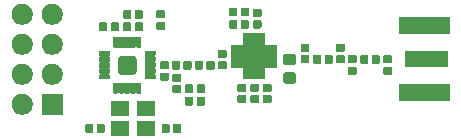
<source format=gbr>
%TF.GenerationSoftware,KiCad,Pcbnew,(5.1.6)-1*%
%TF.CreationDate,2020-08-23T21:25:53+02:00*%
%TF.ProjectId,nRF24module,6e524632-346d-46f6-9475-6c652e6b6963,1*%
%TF.SameCoordinates,Original*%
%TF.FileFunction,Soldermask,Top*%
%TF.FilePolarity,Negative*%
%FSLAX46Y46*%
G04 Gerber Fmt 4.6, Leading zero omitted, Abs format (unit mm)*
G04 Created by KiCad (PCBNEW (5.1.6)-1) date 2020-08-23 21:25:53*
%MOMM*%
%LPD*%
G01*
G04 APERTURE LIST*
%ADD10C,0.100000*%
G04 APERTURE END LIST*
D10*
G36*
X134700000Y-108500000D02*
G01*
X133200000Y-108500000D01*
X133200000Y-107200000D01*
X134700000Y-107200000D01*
X134700000Y-108500000D01*
G37*
G36*
X132500000Y-108500000D02*
G01*
X131000000Y-108500000D01*
X131000000Y-107200000D01*
X132500000Y-107200000D01*
X132500000Y-108500000D01*
G37*
G36*
X135846305Y-107482829D02*
G01*
X135869196Y-107489773D01*
X135890288Y-107501047D01*
X135908779Y-107516221D01*
X135923953Y-107534712D01*
X135935227Y-107555804D01*
X135942171Y-107578695D01*
X135945000Y-107607417D01*
X135945000Y-108092583D01*
X135942171Y-108121305D01*
X135935227Y-108144196D01*
X135923953Y-108165288D01*
X135908779Y-108183779D01*
X135890288Y-108198953D01*
X135869196Y-108210227D01*
X135846305Y-108217171D01*
X135817583Y-108220000D01*
X135382417Y-108220000D01*
X135353695Y-108217171D01*
X135330804Y-108210227D01*
X135309712Y-108198953D01*
X135291221Y-108183779D01*
X135276047Y-108165288D01*
X135264773Y-108144196D01*
X135257829Y-108121305D01*
X135255000Y-108092583D01*
X135255000Y-107607417D01*
X135257829Y-107578695D01*
X135264773Y-107555804D01*
X135276047Y-107534712D01*
X135291221Y-107516221D01*
X135309712Y-107501047D01*
X135330804Y-107489773D01*
X135353695Y-107482829D01*
X135382417Y-107480000D01*
X135817583Y-107480000D01*
X135846305Y-107482829D01*
G37*
G36*
X129376305Y-107482829D02*
G01*
X129399196Y-107489773D01*
X129420288Y-107501047D01*
X129438779Y-107516221D01*
X129453953Y-107534712D01*
X129465227Y-107555804D01*
X129472171Y-107578695D01*
X129475000Y-107607417D01*
X129475000Y-108092583D01*
X129472171Y-108121305D01*
X129465227Y-108144196D01*
X129453953Y-108165288D01*
X129438779Y-108183779D01*
X129420288Y-108198953D01*
X129399196Y-108210227D01*
X129376305Y-108217171D01*
X129347583Y-108220000D01*
X128912417Y-108220000D01*
X128883695Y-108217171D01*
X128860804Y-108210227D01*
X128839712Y-108198953D01*
X128821221Y-108183779D01*
X128806047Y-108165288D01*
X128794773Y-108144196D01*
X128787829Y-108121305D01*
X128785000Y-108092583D01*
X128785000Y-107607417D01*
X128787829Y-107578695D01*
X128794773Y-107555804D01*
X128806047Y-107534712D01*
X128821221Y-107516221D01*
X128839712Y-107501047D01*
X128860804Y-107489773D01*
X128883695Y-107482829D01*
X128912417Y-107480000D01*
X129347583Y-107480000D01*
X129376305Y-107482829D01*
G37*
G36*
X130346305Y-107482829D02*
G01*
X130369196Y-107489773D01*
X130390288Y-107501047D01*
X130408779Y-107516221D01*
X130423953Y-107534712D01*
X130435227Y-107555804D01*
X130442171Y-107578695D01*
X130445000Y-107607417D01*
X130445000Y-108092583D01*
X130442171Y-108121305D01*
X130435227Y-108144196D01*
X130423953Y-108165288D01*
X130408779Y-108183779D01*
X130390288Y-108198953D01*
X130369196Y-108210227D01*
X130346305Y-108217171D01*
X130317583Y-108220000D01*
X129882417Y-108220000D01*
X129853695Y-108217171D01*
X129830804Y-108210227D01*
X129809712Y-108198953D01*
X129791221Y-108183779D01*
X129776047Y-108165288D01*
X129764773Y-108144196D01*
X129757829Y-108121305D01*
X129755000Y-108092583D01*
X129755000Y-107607417D01*
X129757829Y-107578695D01*
X129764773Y-107555804D01*
X129776047Y-107534712D01*
X129791221Y-107516221D01*
X129809712Y-107501047D01*
X129830804Y-107489773D01*
X129853695Y-107482829D01*
X129882417Y-107480000D01*
X130317583Y-107480000D01*
X130346305Y-107482829D01*
G37*
G36*
X136816305Y-107482829D02*
G01*
X136839196Y-107489773D01*
X136860288Y-107501047D01*
X136878779Y-107516221D01*
X136893953Y-107534712D01*
X136905227Y-107555804D01*
X136912171Y-107578695D01*
X136915000Y-107607417D01*
X136915000Y-108092583D01*
X136912171Y-108121305D01*
X136905227Y-108144196D01*
X136893953Y-108165288D01*
X136878779Y-108183779D01*
X136860288Y-108198953D01*
X136839196Y-108210227D01*
X136816305Y-108217171D01*
X136787583Y-108220000D01*
X136352417Y-108220000D01*
X136323695Y-108217171D01*
X136300804Y-108210227D01*
X136279712Y-108198953D01*
X136261221Y-108183779D01*
X136246047Y-108165288D01*
X136234773Y-108144196D01*
X136227829Y-108121305D01*
X136225000Y-108092583D01*
X136225000Y-107607417D01*
X136227829Y-107578695D01*
X136234773Y-107555804D01*
X136246047Y-107534712D01*
X136261221Y-107516221D01*
X136279712Y-107501047D01*
X136300804Y-107489773D01*
X136323695Y-107482829D01*
X136352417Y-107480000D01*
X136787583Y-107480000D01*
X136816305Y-107482829D01*
G37*
G36*
X134700000Y-106800000D02*
G01*
X133200000Y-106800000D01*
X133200000Y-105500000D01*
X134700000Y-105500000D01*
X134700000Y-106800000D01*
G37*
G36*
X132500000Y-106800000D02*
G01*
X131000000Y-106800000D01*
X131000000Y-105500000D01*
X132500000Y-105500000D01*
X132500000Y-106800000D01*
G37*
G36*
X123722520Y-104934586D02*
G01*
X123722522Y-104934587D01*
X123722523Y-104934587D01*
X123783025Y-104959648D01*
X123886310Y-105002430D01*
X124033717Y-105100924D01*
X124159076Y-105226283D01*
X124257570Y-105373690D01*
X124325414Y-105537480D01*
X124360000Y-105711358D01*
X124360000Y-105888642D01*
X124325414Y-106062520D01*
X124257570Y-106226310D01*
X124159076Y-106373717D01*
X124033717Y-106499076D01*
X123886310Y-106597570D01*
X123783025Y-106640352D01*
X123722523Y-106665413D01*
X123722522Y-106665413D01*
X123722520Y-106665414D01*
X123548642Y-106700000D01*
X123371358Y-106700000D01*
X123197480Y-106665414D01*
X123197478Y-106665413D01*
X123197477Y-106665413D01*
X123136975Y-106640352D01*
X123033690Y-106597570D01*
X122886283Y-106499076D01*
X122760924Y-106373717D01*
X122662430Y-106226310D01*
X122594586Y-106062520D01*
X122560000Y-105888642D01*
X122560000Y-105711358D01*
X122594586Y-105537480D01*
X122662430Y-105373690D01*
X122760924Y-105226283D01*
X122886283Y-105100924D01*
X123033690Y-105002430D01*
X123136975Y-104959648D01*
X123197477Y-104934587D01*
X123197478Y-104934587D01*
X123197480Y-104934586D01*
X123371358Y-104900000D01*
X123548642Y-104900000D01*
X123722520Y-104934586D01*
G37*
G36*
X126900000Y-106700000D02*
G01*
X125100000Y-106700000D01*
X125100000Y-104900000D01*
X126900000Y-104900000D01*
X126900000Y-106700000D01*
G37*
G36*
X138816305Y-105182829D02*
G01*
X138839196Y-105189773D01*
X138860288Y-105201047D01*
X138878779Y-105216221D01*
X138893953Y-105234712D01*
X138905227Y-105255804D01*
X138912171Y-105278695D01*
X138915000Y-105307417D01*
X138915000Y-105792583D01*
X138912171Y-105821305D01*
X138905227Y-105844196D01*
X138893953Y-105865288D01*
X138878779Y-105883779D01*
X138860288Y-105898953D01*
X138839196Y-105910227D01*
X138816305Y-105917171D01*
X138787583Y-105920000D01*
X138352417Y-105920000D01*
X138323695Y-105917171D01*
X138300804Y-105910227D01*
X138279712Y-105898953D01*
X138261221Y-105883779D01*
X138246047Y-105865288D01*
X138234773Y-105844196D01*
X138227829Y-105821305D01*
X138225000Y-105792583D01*
X138225000Y-105307417D01*
X138227829Y-105278695D01*
X138234773Y-105255804D01*
X138246047Y-105234712D01*
X138261221Y-105216221D01*
X138279712Y-105201047D01*
X138300804Y-105189773D01*
X138323695Y-105182829D01*
X138352417Y-105180000D01*
X138787583Y-105180000D01*
X138816305Y-105182829D01*
G37*
G36*
X137846305Y-105182829D02*
G01*
X137869196Y-105189773D01*
X137890288Y-105201047D01*
X137908779Y-105216221D01*
X137923953Y-105234712D01*
X137935227Y-105255804D01*
X137942171Y-105278695D01*
X137945000Y-105307417D01*
X137945000Y-105792583D01*
X137942171Y-105821305D01*
X137935227Y-105844196D01*
X137923953Y-105865288D01*
X137908779Y-105883779D01*
X137890288Y-105898953D01*
X137869196Y-105910227D01*
X137846305Y-105917171D01*
X137817583Y-105920000D01*
X137382417Y-105920000D01*
X137353695Y-105917171D01*
X137330804Y-105910227D01*
X137309712Y-105898953D01*
X137291221Y-105883779D01*
X137276047Y-105865288D01*
X137264773Y-105844196D01*
X137257829Y-105821305D01*
X137255000Y-105792583D01*
X137255000Y-105307417D01*
X137257829Y-105278695D01*
X137264773Y-105255804D01*
X137276047Y-105234712D01*
X137291221Y-105216221D01*
X137309712Y-105201047D01*
X137330804Y-105189773D01*
X137353695Y-105182829D01*
X137382417Y-105180000D01*
X137817583Y-105180000D01*
X137846305Y-105182829D01*
G37*
G36*
X144471305Y-105027829D02*
G01*
X144494196Y-105034773D01*
X144515288Y-105046047D01*
X144533779Y-105061221D01*
X144548953Y-105079712D01*
X144560227Y-105100804D01*
X144567171Y-105123695D01*
X144570000Y-105152417D01*
X144570000Y-105587583D01*
X144567171Y-105616305D01*
X144560227Y-105639196D01*
X144548953Y-105660288D01*
X144533779Y-105678779D01*
X144515288Y-105693953D01*
X144494196Y-105705227D01*
X144471305Y-105712171D01*
X144442583Y-105715000D01*
X143957417Y-105715000D01*
X143928695Y-105712171D01*
X143905804Y-105705227D01*
X143884712Y-105693953D01*
X143866221Y-105678779D01*
X143851047Y-105660288D01*
X143839773Y-105639196D01*
X143832829Y-105616305D01*
X143830000Y-105587583D01*
X143830000Y-105152417D01*
X143832829Y-105123695D01*
X143839773Y-105100804D01*
X143851047Y-105079712D01*
X143866221Y-105061221D01*
X143884712Y-105046047D01*
X143905804Y-105034773D01*
X143928695Y-105027829D01*
X143957417Y-105025000D01*
X144442583Y-105025000D01*
X144471305Y-105027829D01*
G37*
G36*
X142321305Y-105027829D02*
G01*
X142344196Y-105034773D01*
X142365288Y-105046047D01*
X142383779Y-105061221D01*
X142398953Y-105079712D01*
X142410227Y-105100804D01*
X142417171Y-105123695D01*
X142420000Y-105152417D01*
X142420000Y-105587583D01*
X142417171Y-105616305D01*
X142410227Y-105639196D01*
X142398953Y-105660288D01*
X142383779Y-105678779D01*
X142365288Y-105693953D01*
X142344196Y-105705227D01*
X142321305Y-105712171D01*
X142292583Y-105715000D01*
X141807417Y-105715000D01*
X141778695Y-105712171D01*
X141755804Y-105705227D01*
X141734712Y-105693953D01*
X141716221Y-105678779D01*
X141701047Y-105660288D01*
X141689773Y-105639196D01*
X141682829Y-105616305D01*
X141680000Y-105587583D01*
X141680000Y-105152417D01*
X141682829Y-105123695D01*
X141689773Y-105100804D01*
X141701047Y-105079712D01*
X141716221Y-105061221D01*
X141734712Y-105046047D01*
X141755804Y-105034773D01*
X141778695Y-105027829D01*
X141807417Y-105025000D01*
X142292583Y-105025000D01*
X142321305Y-105027829D01*
G37*
G36*
X143421305Y-105027829D02*
G01*
X143444196Y-105034773D01*
X143465288Y-105046047D01*
X143483779Y-105061221D01*
X143498953Y-105079712D01*
X143510227Y-105100804D01*
X143517171Y-105123695D01*
X143520000Y-105152417D01*
X143520000Y-105587583D01*
X143517171Y-105616305D01*
X143510227Y-105639196D01*
X143498953Y-105660288D01*
X143483779Y-105678779D01*
X143465288Y-105693953D01*
X143444196Y-105705227D01*
X143421305Y-105712171D01*
X143392583Y-105715000D01*
X142907417Y-105715000D01*
X142878695Y-105712171D01*
X142855804Y-105705227D01*
X142834712Y-105693953D01*
X142816221Y-105678779D01*
X142801047Y-105660288D01*
X142789773Y-105639196D01*
X142782829Y-105616305D01*
X142780000Y-105587583D01*
X142780000Y-105152417D01*
X142782829Y-105123695D01*
X142789773Y-105100804D01*
X142801047Y-105079712D01*
X142816221Y-105061221D01*
X142834712Y-105046047D01*
X142855804Y-105034773D01*
X142878695Y-105027829D01*
X142907417Y-105025000D01*
X143392583Y-105025000D01*
X143421305Y-105027829D01*
G37*
G36*
X159650000Y-105550000D02*
G01*
X155350000Y-105550000D01*
X155350000Y-104100000D01*
X159650000Y-104100000D01*
X159650000Y-105550000D01*
G37*
G36*
X131507219Y-103976194D02*
G01*
X131514169Y-103978303D01*
X131520560Y-103981719D01*
X131526172Y-103986324D01*
X131535200Y-103997325D01*
X131549062Y-104011186D01*
X131565362Y-104022077D01*
X131583473Y-104029578D01*
X131602699Y-104033403D01*
X131622303Y-104033402D01*
X131641529Y-104029578D01*
X131659640Y-104022076D01*
X131675940Y-104011185D01*
X131689800Y-103997325D01*
X131698828Y-103986324D01*
X131704440Y-103981719D01*
X131710831Y-103978303D01*
X131717781Y-103976194D01*
X131729907Y-103975000D01*
X131995093Y-103975000D01*
X132007219Y-103976194D01*
X132014169Y-103978303D01*
X132020560Y-103981719D01*
X132026172Y-103986324D01*
X132035200Y-103997325D01*
X132049062Y-104011186D01*
X132065362Y-104022077D01*
X132083473Y-104029578D01*
X132102699Y-104033403D01*
X132122303Y-104033402D01*
X132141529Y-104029578D01*
X132159640Y-104022076D01*
X132175940Y-104011185D01*
X132189800Y-103997325D01*
X132198828Y-103986324D01*
X132204440Y-103981719D01*
X132210831Y-103978303D01*
X132217781Y-103976194D01*
X132229907Y-103975000D01*
X132495093Y-103975000D01*
X132507219Y-103976194D01*
X132514169Y-103978303D01*
X132520560Y-103981719D01*
X132526172Y-103986324D01*
X132535200Y-103997325D01*
X132549062Y-104011186D01*
X132565362Y-104022077D01*
X132583473Y-104029578D01*
X132602699Y-104033403D01*
X132622303Y-104033402D01*
X132641529Y-104029578D01*
X132659640Y-104022076D01*
X132675940Y-104011185D01*
X132689800Y-103997325D01*
X132698828Y-103986324D01*
X132704440Y-103981719D01*
X132710831Y-103978303D01*
X132717781Y-103976194D01*
X132729907Y-103975000D01*
X132995093Y-103975000D01*
X133007219Y-103976194D01*
X133014169Y-103978303D01*
X133020560Y-103981719D01*
X133026172Y-103986324D01*
X133035200Y-103997325D01*
X133049062Y-104011186D01*
X133065362Y-104022077D01*
X133083473Y-104029578D01*
X133102699Y-104033403D01*
X133122303Y-104033402D01*
X133141529Y-104029578D01*
X133159640Y-104022076D01*
X133175940Y-104011185D01*
X133189800Y-103997325D01*
X133198828Y-103986324D01*
X133204440Y-103981719D01*
X133210831Y-103978303D01*
X133217781Y-103976194D01*
X133229907Y-103975000D01*
X133495093Y-103975000D01*
X133507219Y-103976194D01*
X133514169Y-103978303D01*
X133520560Y-103981719D01*
X133526174Y-103986326D01*
X133530781Y-103991940D01*
X133534197Y-103998331D01*
X133536306Y-104005281D01*
X133537500Y-104017407D01*
X133537500Y-104857593D01*
X133536306Y-104869719D01*
X133534197Y-104876669D01*
X133530781Y-104883060D01*
X133526174Y-104888674D01*
X133520560Y-104893281D01*
X133514169Y-104896697D01*
X133507219Y-104898806D01*
X133495093Y-104900000D01*
X133229907Y-104900000D01*
X133217781Y-104898806D01*
X133210831Y-104896697D01*
X133204440Y-104893281D01*
X133198828Y-104888676D01*
X133189800Y-104877675D01*
X133175938Y-104863814D01*
X133159638Y-104852923D01*
X133141527Y-104845422D01*
X133122301Y-104841597D01*
X133102697Y-104841598D01*
X133083471Y-104845422D01*
X133065360Y-104852924D01*
X133049060Y-104863815D01*
X133035200Y-104877675D01*
X133026172Y-104888676D01*
X133020560Y-104893281D01*
X133014169Y-104896697D01*
X133007219Y-104898806D01*
X132995093Y-104900000D01*
X132729907Y-104900000D01*
X132717781Y-104898806D01*
X132710831Y-104896697D01*
X132704440Y-104893281D01*
X132698828Y-104888676D01*
X132689800Y-104877675D01*
X132675938Y-104863814D01*
X132659638Y-104852923D01*
X132641527Y-104845422D01*
X132622301Y-104841597D01*
X132602697Y-104841598D01*
X132583471Y-104845422D01*
X132565360Y-104852924D01*
X132549060Y-104863815D01*
X132535200Y-104877675D01*
X132526172Y-104888676D01*
X132520560Y-104893281D01*
X132514169Y-104896697D01*
X132507219Y-104898806D01*
X132495093Y-104900000D01*
X132229907Y-104900000D01*
X132217781Y-104898806D01*
X132210831Y-104896697D01*
X132204440Y-104893281D01*
X132198828Y-104888676D01*
X132189800Y-104877675D01*
X132175938Y-104863814D01*
X132159638Y-104852923D01*
X132141527Y-104845422D01*
X132122301Y-104841597D01*
X132102697Y-104841598D01*
X132083471Y-104845422D01*
X132065360Y-104852924D01*
X132049060Y-104863815D01*
X132035200Y-104877675D01*
X132026172Y-104888676D01*
X132020560Y-104893281D01*
X132014169Y-104896697D01*
X132007219Y-104898806D01*
X131995093Y-104900000D01*
X131729907Y-104900000D01*
X131717781Y-104898806D01*
X131710831Y-104896697D01*
X131704440Y-104893281D01*
X131698828Y-104888676D01*
X131689800Y-104877675D01*
X131675938Y-104863814D01*
X131659638Y-104852923D01*
X131641527Y-104845422D01*
X131622301Y-104841597D01*
X131602697Y-104841598D01*
X131583471Y-104845422D01*
X131565360Y-104852924D01*
X131549060Y-104863815D01*
X131535200Y-104877675D01*
X131526172Y-104888676D01*
X131520560Y-104893281D01*
X131514169Y-104896697D01*
X131507219Y-104898806D01*
X131495093Y-104900000D01*
X131229907Y-104900000D01*
X131217781Y-104898806D01*
X131210831Y-104896697D01*
X131204440Y-104893281D01*
X131198826Y-104888674D01*
X131194219Y-104883060D01*
X131190803Y-104876669D01*
X131188694Y-104869719D01*
X131187500Y-104857593D01*
X131187500Y-104017407D01*
X131188694Y-104005281D01*
X131190803Y-103998331D01*
X131194219Y-103991940D01*
X131198826Y-103986326D01*
X131204440Y-103981719D01*
X131210831Y-103978303D01*
X131217781Y-103976194D01*
X131229907Y-103975000D01*
X131495093Y-103975000D01*
X131507219Y-103976194D01*
G37*
G36*
X138816305Y-104132829D02*
G01*
X138839196Y-104139773D01*
X138860288Y-104151047D01*
X138878779Y-104166221D01*
X138893953Y-104184712D01*
X138905227Y-104205804D01*
X138912171Y-104228695D01*
X138915000Y-104257417D01*
X138915000Y-104742583D01*
X138912171Y-104771305D01*
X138905227Y-104794196D01*
X138893953Y-104815288D01*
X138878779Y-104833779D01*
X138860288Y-104848953D01*
X138839196Y-104860227D01*
X138816305Y-104867171D01*
X138787583Y-104870000D01*
X138352417Y-104870000D01*
X138323695Y-104867171D01*
X138300804Y-104860227D01*
X138279712Y-104848953D01*
X138261221Y-104833779D01*
X138246047Y-104815288D01*
X138234773Y-104794196D01*
X138227829Y-104771305D01*
X138225000Y-104742583D01*
X138225000Y-104257417D01*
X138227829Y-104228695D01*
X138234773Y-104205804D01*
X138246047Y-104184712D01*
X138261221Y-104166221D01*
X138279712Y-104151047D01*
X138300804Y-104139773D01*
X138323695Y-104132829D01*
X138352417Y-104130000D01*
X138787583Y-104130000D01*
X138816305Y-104132829D01*
G37*
G36*
X137846305Y-104132829D02*
G01*
X137869196Y-104139773D01*
X137890288Y-104151047D01*
X137908779Y-104166221D01*
X137923953Y-104184712D01*
X137935227Y-104205804D01*
X137942171Y-104228695D01*
X137945000Y-104257417D01*
X137945000Y-104742583D01*
X137942171Y-104771305D01*
X137935227Y-104794196D01*
X137923953Y-104815288D01*
X137908779Y-104833779D01*
X137890288Y-104848953D01*
X137869196Y-104860227D01*
X137846305Y-104867171D01*
X137817583Y-104870000D01*
X137382417Y-104870000D01*
X137353695Y-104867171D01*
X137330804Y-104860227D01*
X137309712Y-104848953D01*
X137291221Y-104833779D01*
X137276047Y-104815288D01*
X137264773Y-104794196D01*
X137257829Y-104771305D01*
X137255000Y-104742583D01*
X137255000Y-104257417D01*
X137257829Y-104228695D01*
X137264773Y-104205804D01*
X137276047Y-104184712D01*
X137291221Y-104166221D01*
X137309712Y-104151047D01*
X137330804Y-104139773D01*
X137353695Y-104132829D01*
X137382417Y-104130000D01*
X137817583Y-104130000D01*
X137846305Y-104132829D01*
G37*
G36*
X136821305Y-104177829D02*
G01*
X136844196Y-104184773D01*
X136865288Y-104196047D01*
X136883779Y-104211221D01*
X136898953Y-104229712D01*
X136910227Y-104250804D01*
X136917171Y-104273695D01*
X136920000Y-104302417D01*
X136920000Y-104737583D01*
X136917171Y-104766305D01*
X136910227Y-104789196D01*
X136898953Y-104810288D01*
X136883779Y-104828779D01*
X136865288Y-104843953D01*
X136844196Y-104855227D01*
X136821305Y-104862171D01*
X136792583Y-104865000D01*
X136307417Y-104865000D01*
X136278695Y-104862171D01*
X136255804Y-104855227D01*
X136234712Y-104843953D01*
X136216221Y-104828779D01*
X136201047Y-104810288D01*
X136189773Y-104789196D01*
X136182829Y-104766305D01*
X136180000Y-104737583D01*
X136180000Y-104302417D01*
X136182829Y-104273695D01*
X136189773Y-104250804D01*
X136201047Y-104229712D01*
X136216221Y-104211221D01*
X136234712Y-104196047D01*
X136255804Y-104184773D01*
X136278695Y-104177829D01*
X136307417Y-104175000D01*
X136792583Y-104175000D01*
X136821305Y-104177829D01*
G37*
G36*
X143421305Y-104057829D02*
G01*
X143444196Y-104064773D01*
X143465288Y-104076047D01*
X143483779Y-104091221D01*
X143498953Y-104109712D01*
X143510227Y-104130804D01*
X143517171Y-104153695D01*
X143520000Y-104182417D01*
X143520000Y-104617583D01*
X143517171Y-104646305D01*
X143510227Y-104669196D01*
X143498953Y-104690288D01*
X143483779Y-104708779D01*
X143465288Y-104723953D01*
X143444196Y-104735227D01*
X143421305Y-104742171D01*
X143392583Y-104745000D01*
X142907417Y-104745000D01*
X142878695Y-104742171D01*
X142855804Y-104735227D01*
X142834712Y-104723953D01*
X142816221Y-104708779D01*
X142801047Y-104690288D01*
X142789773Y-104669196D01*
X142782829Y-104646305D01*
X142780000Y-104617583D01*
X142780000Y-104182417D01*
X142782829Y-104153695D01*
X142789773Y-104130804D01*
X142801047Y-104109712D01*
X142816221Y-104091221D01*
X142834712Y-104076047D01*
X142855804Y-104064773D01*
X142878695Y-104057829D01*
X142907417Y-104055000D01*
X143392583Y-104055000D01*
X143421305Y-104057829D01*
G37*
G36*
X144471305Y-104057829D02*
G01*
X144494196Y-104064773D01*
X144515288Y-104076047D01*
X144533779Y-104091221D01*
X144548953Y-104109712D01*
X144560227Y-104130804D01*
X144567171Y-104153695D01*
X144570000Y-104182417D01*
X144570000Y-104617583D01*
X144567171Y-104646305D01*
X144560227Y-104669196D01*
X144548953Y-104690288D01*
X144533779Y-104708779D01*
X144515288Y-104723953D01*
X144494196Y-104735227D01*
X144471305Y-104742171D01*
X144442583Y-104745000D01*
X143957417Y-104745000D01*
X143928695Y-104742171D01*
X143905804Y-104735227D01*
X143884712Y-104723953D01*
X143866221Y-104708779D01*
X143851047Y-104690288D01*
X143839773Y-104669196D01*
X143832829Y-104646305D01*
X143830000Y-104617583D01*
X143830000Y-104182417D01*
X143832829Y-104153695D01*
X143839773Y-104130804D01*
X143851047Y-104109712D01*
X143866221Y-104091221D01*
X143884712Y-104076047D01*
X143905804Y-104064773D01*
X143928695Y-104057829D01*
X143957417Y-104055000D01*
X144442583Y-104055000D01*
X144471305Y-104057829D01*
G37*
G36*
X142321305Y-104057829D02*
G01*
X142344196Y-104064773D01*
X142365288Y-104076047D01*
X142383779Y-104091221D01*
X142398953Y-104109712D01*
X142410227Y-104130804D01*
X142417171Y-104153695D01*
X142420000Y-104182417D01*
X142420000Y-104617583D01*
X142417171Y-104646305D01*
X142410227Y-104669196D01*
X142398953Y-104690288D01*
X142383779Y-104708779D01*
X142365288Y-104723953D01*
X142344196Y-104735227D01*
X142321305Y-104742171D01*
X142292583Y-104745000D01*
X141807417Y-104745000D01*
X141778695Y-104742171D01*
X141755804Y-104735227D01*
X141734712Y-104723953D01*
X141716221Y-104708779D01*
X141701047Y-104690288D01*
X141689773Y-104669196D01*
X141682829Y-104646305D01*
X141680000Y-104617583D01*
X141680000Y-104182417D01*
X141682829Y-104153695D01*
X141689773Y-104130804D01*
X141701047Y-104109712D01*
X141716221Y-104091221D01*
X141734712Y-104076047D01*
X141755804Y-104064773D01*
X141778695Y-104057829D01*
X141807417Y-104055000D01*
X142292583Y-104055000D01*
X142321305Y-104057829D01*
G37*
G36*
X126262520Y-102394586D02*
G01*
X126262522Y-102394587D01*
X126262523Y-102394587D01*
X126264558Y-102395430D01*
X126426310Y-102462430D01*
X126573717Y-102560924D01*
X126699076Y-102686283D01*
X126797570Y-102833690D01*
X126865414Y-102997480D01*
X126900000Y-103171358D01*
X126900000Y-103348642D01*
X126865414Y-103522520D01*
X126797570Y-103686310D01*
X126699076Y-103833717D01*
X126573717Y-103959076D01*
X126426310Y-104057570D01*
X126362331Y-104084071D01*
X126262523Y-104125413D01*
X126262522Y-104125413D01*
X126262520Y-104125414D01*
X126088642Y-104160000D01*
X125911358Y-104160000D01*
X125737480Y-104125414D01*
X125737478Y-104125413D01*
X125737477Y-104125413D01*
X125637669Y-104084071D01*
X125573690Y-104057570D01*
X125426283Y-103959076D01*
X125300924Y-103833717D01*
X125202430Y-103686310D01*
X125134586Y-103522520D01*
X125100000Y-103348642D01*
X125100000Y-103171358D01*
X125134586Y-102997480D01*
X125202430Y-102833690D01*
X125300924Y-102686283D01*
X125426283Y-102560924D01*
X125573690Y-102462430D01*
X125735442Y-102395430D01*
X125737477Y-102394587D01*
X125737478Y-102394587D01*
X125737480Y-102394586D01*
X125911358Y-102360000D01*
X126088642Y-102360000D01*
X126262520Y-102394586D01*
G37*
G36*
X123722520Y-102394586D02*
G01*
X123722522Y-102394587D01*
X123722523Y-102394587D01*
X123724558Y-102395430D01*
X123886310Y-102462430D01*
X124033717Y-102560924D01*
X124159076Y-102686283D01*
X124257570Y-102833690D01*
X124325414Y-102997480D01*
X124360000Y-103171358D01*
X124360000Y-103348642D01*
X124325414Y-103522520D01*
X124257570Y-103686310D01*
X124159076Y-103833717D01*
X124033717Y-103959076D01*
X123886310Y-104057570D01*
X123822331Y-104084071D01*
X123722523Y-104125413D01*
X123722522Y-104125413D01*
X123722520Y-104125414D01*
X123548642Y-104160000D01*
X123371358Y-104160000D01*
X123197480Y-104125414D01*
X123197478Y-104125413D01*
X123197477Y-104125413D01*
X123097669Y-104084071D01*
X123033690Y-104057570D01*
X122886283Y-103959076D01*
X122760924Y-103833717D01*
X122662430Y-103686310D01*
X122594586Y-103522520D01*
X122560000Y-103348642D01*
X122560000Y-103171358D01*
X122594586Y-102997480D01*
X122662430Y-102833690D01*
X122760924Y-102686283D01*
X122886283Y-102560924D01*
X123033690Y-102462430D01*
X123195442Y-102395430D01*
X123197477Y-102394587D01*
X123197478Y-102394587D01*
X123197480Y-102394586D01*
X123371358Y-102360000D01*
X123548642Y-102360000D01*
X123722520Y-102394586D01*
G37*
G36*
X146468958Y-103091698D02*
G01*
X146505208Y-103102694D01*
X146538623Y-103120555D01*
X146567910Y-103144590D01*
X146591945Y-103173877D01*
X146609806Y-103207292D01*
X146620802Y-103243542D01*
X146625000Y-103286167D01*
X146625000Y-103863833D01*
X146620802Y-103906458D01*
X146609806Y-103942708D01*
X146591945Y-103976123D01*
X146567910Y-104005410D01*
X146538623Y-104029445D01*
X146505208Y-104047306D01*
X146468958Y-104058302D01*
X146426333Y-104062500D01*
X145773667Y-104062500D01*
X145731042Y-104058302D01*
X145694792Y-104047306D01*
X145661377Y-104029445D01*
X145632090Y-104005410D01*
X145608055Y-103976123D01*
X145590194Y-103942708D01*
X145579198Y-103906458D01*
X145575000Y-103863833D01*
X145575000Y-103286167D01*
X145579198Y-103243542D01*
X145590194Y-103207292D01*
X145608055Y-103173877D01*
X145632090Y-103144590D01*
X145661377Y-103120555D01*
X145694792Y-103102694D01*
X145731042Y-103091698D01*
X145773667Y-103087500D01*
X146426333Y-103087500D01*
X146468958Y-103091698D01*
G37*
G36*
X136821305Y-103207829D02*
G01*
X136844196Y-103214773D01*
X136865288Y-103226047D01*
X136883779Y-103241221D01*
X136898953Y-103259712D01*
X136910227Y-103280804D01*
X136917171Y-103303695D01*
X136920000Y-103332417D01*
X136920000Y-103767583D01*
X136917171Y-103796305D01*
X136910227Y-103819196D01*
X136898953Y-103840288D01*
X136883779Y-103858779D01*
X136865288Y-103873953D01*
X136844196Y-103885227D01*
X136821305Y-103892171D01*
X136792583Y-103895000D01*
X136307417Y-103895000D01*
X136278695Y-103892171D01*
X136255804Y-103885227D01*
X136234712Y-103873953D01*
X136216221Y-103858779D01*
X136201047Y-103840288D01*
X136189773Y-103819196D01*
X136182829Y-103796305D01*
X136180000Y-103767583D01*
X136180000Y-103332417D01*
X136182829Y-103303695D01*
X136189773Y-103280804D01*
X136201047Y-103259712D01*
X136216221Y-103241221D01*
X136234712Y-103226047D01*
X136255804Y-103214773D01*
X136278695Y-103207829D01*
X136307417Y-103205000D01*
X136792583Y-103205000D01*
X136821305Y-103207829D01*
G37*
G36*
X135771305Y-103127829D02*
G01*
X135794196Y-103134773D01*
X135815288Y-103146047D01*
X135833779Y-103161221D01*
X135848953Y-103179712D01*
X135860227Y-103200804D01*
X135867171Y-103223695D01*
X135870000Y-103252417D01*
X135870000Y-103687583D01*
X135867171Y-103716305D01*
X135860227Y-103739196D01*
X135848953Y-103760288D01*
X135833779Y-103778779D01*
X135815288Y-103793953D01*
X135794196Y-103805227D01*
X135771305Y-103812171D01*
X135742583Y-103815000D01*
X135257417Y-103815000D01*
X135228695Y-103812171D01*
X135205804Y-103805227D01*
X135184712Y-103793953D01*
X135166221Y-103778779D01*
X135151047Y-103760288D01*
X135139773Y-103739196D01*
X135132829Y-103716305D01*
X135130000Y-103687583D01*
X135130000Y-103252417D01*
X135132829Y-103223695D01*
X135139773Y-103200804D01*
X135151047Y-103179712D01*
X135166221Y-103161221D01*
X135184712Y-103146047D01*
X135205804Y-103134773D01*
X135228695Y-103127829D01*
X135257417Y-103125000D01*
X135742583Y-103125000D01*
X135771305Y-103127829D01*
G37*
G36*
X144050000Y-100700001D02*
G01*
X144051921Y-100719510D01*
X144057612Y-100738269D01*
X144066853Y-100755557D01*
X144079289Y-100770711D01*
X144094443Y-100783147D01*
X144111731Y-100792388D01*
X144130490Y-100798079D01*
X144149999Y-100800000D01*
X145050000Y-100800000D01*
X145050000Y-102700000D01*
X144149999Y-102700000D01*
X144130490Y-102701921D01*
X144111731Y-102707612D01*
X144094443Y-102716853D01*
X144079289Y-102729289D01*
X144066853Y-102744443D01*
X144057612Y-102761731D01*
X144051921Y-102780490D01*
X144050000Y-102799999D01*
X144050000Y-103700000D01*
X142150000Y-103700000D01*
X142150000Y-102799999D01*
X142148079Y-102780490D01*
X142142388Y-102761731D01*
X142133147Y-102744443D01*
X142120711Y-102729289D01*
X142105557Y-102716853D01*
X142088269Y-102707612D01*
X142069510Y-102701921D01*
X142050001Y-102700000D01*
X141150000Y-102700000D01*
X141150000Y-100800000D01*
X142050001Y-100800000D01*
X142069510Y-100798079D01*
X142088269Y-100792388D01*
X142105557Y-100783147D01*
X142120711Y-100770711D01*
X142133147Y-100755557D01*
X142142388Y-100738269D01*
X142148079Y-100719510D01*
X142150000Y-100700001D01*
X142150000Y-99800000D01*
X144050000Y-99800000D01*
X144050000Y-100700001D01*
G37*
G36*
X134732219Y-101326194D02*
G01*
X134739169Y-101328303D01*
X134745560Y-101331719D01*
X134751174Y-101336326D01*
X134755781Y-101341940D01*
X134759197Y-101348331D01*
X134761306Y-101355281D01*
X134762500Y-101367407D01*
X134762500Y-101632593D01*
X134761306Y-101644719D01*
X134759197Y-101651669D01*
X134755781Y-101658060D01*
X134751176Y-101663672D01*
X134740175Y-101672700D01*
X134726314Y-101686562D01*
X134715423Y-101702862D01*
X134707922Y-101720973D01*
X134704097Y-101740199D01*
X134704098Y-101759803D01*
X134707922Y-101779029D01*
X134715424Y-101797140D01*
X134726315Y-101813440D01*
X134740175Y-101827300D01*
X134751176Y-101836328D01*
X134755781Y-101841940D01*
X134759197Y-101848331D01*
X134761306Y-101855281D01*
X134762500Y-101867407D01*
X134762500Y-102132593D01*
X134761306Y-102144719D01*
X134759197Y-102151669D01*
X134755781Y-102158060D01*
X134751176Y-102163672D01*
X134740175Y-102172700D01*
X134726314Y-102186562D01*
X134715423Y-102202862D01*
X134707922Y-102220973D01*
X134704097Y-102240199D01*
X134704098Y-102259803D01*
X134707922Y-102279029D01*
X134715424Y-102297140D01*
X134726315Y-102313440D01*
X134740175Y-102327300D01*
X134751176Y-102336328D01*
X134755781Y-102341940D01*
X134759197Y-102348331D01*
X134761306Y-102355281D01*
X134762500Y-102367407D01*
X134762500Y-102632593D01*
X134761306Y-102644719D01*
X134759197Y-102651669D01*
X134755781Y-102658060D01*
X134751176Y-102663672D01*
X134740175Y-102672700D01*
X134726314Y-102686562D01*
X134715423Y-102702862D01*
X134707922Y-102720973D01*
X134704097Y-102740199D01*
X134704098Y-102759803D01*
X134707922Y-102779029D01*
X134715424Y-102797140D01*
X134726315Y-102813440D01*
X134740175Y-102827300D01*
X134751176Y-102836328D01*
X134755781Y-102841940D01*
X134759197Y-102848331D01*
X134761306Y-102855281D01*
X134762500Y-102867407D01*
X134762500Y-103132593D01*
X134761306Y-103144719D01*
X134759197Y-103151669D01*
X134755781Y-103158060D01*
X134751176Y-103163672D01*
X134740175Y-103172700D01*
X134726314Y-103186562D01*
X134715423Y-103202862D01*
X134707922Y-103220973D01*
X134704097Y-103240199D01*
X134704098Y-103259803D01*
X134707922Y-103279029D01*
X134715424Y-103297140D01*
X134726315Y-103313440D01*
X134740175Y-103327300D01*
X134751176Y-103336328D01*
X134755781Y-103341940D01*
X134759197Y-103348331D01*
X134761306Y-103355281D01*
X134762500Y-103367407D01*
X134762500Y-103632593D01*
X134761306Y-103644719D01*
X134759197Y-103651669D01*
X134755781Y-103658060D01*
X134751174Y-103663674D01*
X134745560Y-103668281D01*
X134739169Y-103671697D01*
X134732219Y-103673806D01*
X134720093Y-103675000D01*
X133879907Y-103675000D01*
X133867781Y-103673806D01*
X133860831Y-103671697D01*
X133854440Y-103668281D01*
X133848826Y-103663674D01*
X133844219Y-103658060D01*
X133840803Y-103651669D01*
X133838694Y-103644719D01*
X133837500Y-103632593D01*
X133837500Y-103367407D01*
X133838694Y-103355281D01*
X133840803Y-103348331D01*
X133844219Y-103341940D01*
X133848824Y-103336328D01*
X133859825Y-103327300D01*
X133873686Y-103313438D01*
X133884577Y-103297138D01*
X133892078Y-103279027D01*
X133895903Y-103259801D01*
X133895902Y-103240197D01*
X133892078Y-103220971D01*
X133884576Y-103202860D01*
X133873685Y-103186560D01*
X133859825Y-103172700D01*
X133848824Y-103163672D01*
X133844219Y-103158060D01*
X133840803Y-103151669D01*
X133838694Y-103144719D01*
X133837500Y-103132593D01*
X133837500Y-102867407D01*
X133838694Y-102855281D01*
X133840803Y-102848331D01*
X133844219Y-102841940D01*
X133848824Y-102836328D01*
X133859825Y-102827300D01*
X133873686Y-102813438D01*
X133884577Y-102797138D01*
X133892078Y-102779027D01*
X133895903Y-102759801D01*
X133895902Y-102740197D01*
X133892078Y-102720971D01*
X133884576Y-102702860D01*
X133873685Y-102686560D01*
X133859825Y-102672700D01*
X133848824Y-102663672D01*
X133844219Y-102658060D01*
X133840803Y-102651669D01*
X133838694Y-102644719D01*
X133837500Y-102632593D01*
X133837500Y-102367407D01*
X133838694Y-102355281D01*
X133840803Y-102348331D01*
X133844219Y-102341940D01*
X133848824Y-102336328D01*
X133859825Y-102327300D01*
X133873686Y-102313438D01*
X133884577Y-102297138D01*
X133892078Y-102279027D01*
X133895903Y-102259801D01*
X133895902Y-102240197D01*
X133892078Y-102220971D01*
X133884576Y-102202860D01*
X133873685Y-102186560D01*
X133859825Y-102172700D01*
X133848824Y-102163672D01*
X133844219Y-102158060D01*
X133840803Y-102151669D01*
X133838694Y-102144719D01*
X133837500Y-102132593D01*
X133837500Y-101867407D01*
X133838694Y-101855281D01*
X133840803Y-101848331D01*
X133844219Y-101841940D01*
X133848824Y-101836328D01*
X133859825Y-101827300D01*
X133873686Y-101813438D01*
X133884577Y-101797138D01*
X133892078Y-101779027D01*
X133895903Y-101759801D01*
X133895902Y-101740197D01*
X133892078Y-101720971D01*
X133884576Y-101702860D01*
X133873685Y-101686560D01*
X133859825Y-101672700D01*
X133848824Y-101663672D01*
X133844219Y-101658060D01*
X133840803Y-101651669D01*
X133838694Y-101644719D01*
X133837500Y-101632593D01*
X133837500Y-101367407D01*
X133838694Y-101355281D01*
X133840803Y-101348331D01*
X133844219Y-101341940D01*
X133848826Y-101336326D01*
X133854440Y-101331719D01*
X133860831Y-101328303D01*
X133867781Y-101326194D01*
X133879907Y-101325000D01*
X134720093Y-101325000D01*
X134732219Y-101326194D01*
G37*
G36*
X130857219Y-101326194D02*
G01*
X130864169Y-101328303D01*
X130870560Y-101331719D01*
X130876174Y-101336326D01*
X130880781Y-101341940D01*
X130884197Y-101348331D01*
X130886306Y-101355281D01*
X130887500Y-101367407D01*
X130887500Y-101632593D01*
X130886306Y-101644719D01*
X130884197Y-101651669D01*
X130880781Y-101658060D01*
X130876176Y-101663672D01*
X130865175Y-101672700D01*
X130851314Y-101686562D01*
X130840423Y-101702862D01*
X130832922Y-101720973D01*
X130829097Y-101740199D01*
X130829098Y-101759803D01*
X130832922Y-101779029D01*
X130840424Y-101797140D01*
X130851315Y-101813440D01*
X130865175Y-101827300D01*
X130876176Y-101836328D01*
X130880781Y-101841940D01*
X130884197Y-101848331D01*
X130886306Y-101855281D01*
X130887500Y-101867407D01*
X130887500Y-102132593D01*
X130886306Y-102144719D01*
X130884197Y-102151669D01*
X130880781Y-102158060D01*
X130876176Y-102163672D01*
X130865175Y-102172700D01*
X130851314Y-102186562D01*
X130840423Y-102202862D01*
X130832922Y-102220973D01*
X130829097Y-102240199D01*
X130829098Y-102259803D01*
X130832922Y-102279029D01*
X130840424Y-102297140D01*
X130851315Y-102313440D01*
X130865175Y-102327300D01*
X130876176Y-102336328D01*
X130880781Y-102341940D01*
X130884197Y-102348331D01*
X130886306Y-102355281D01*
X130887500Y-102367407D01*
X130887500Y-102632593D01*
X130886306Y-102644719D01*
X130884197Y-102651669D01*
X130880781Y-102658060D01*
X130876176Y-102663672D01*
X130865175Y-102672700D01*
X130851314Y-102686562D01*
X130840423Y-102702862D01*
X130832922Y-102720973D01*
X130829097Y-102740199D01*
X130829098Y-102759803D01*
X130832922Y-102779029D01*
X130840424Y-102797140D01*
X130851315Y-102813440D01*
X130865175Y-102827300D01*
X130876176Y-102836328D01*
X130880781Y-102841940D01*
X130884197Y-102848331D01*
X130886306Y-102855281D01*
X130887500Y-102867407D01*
X130887500Y-103132593D01*
X130886306Y-103144719D01*
X130884197Y-103151669D01*
X130880781Y-103158060D01*
X130876176Y-103163672D01*
X130865175Y-103172700D01*
X130851314Y-103186562D01*
X130840423Y-103202862D01*
X130832922Y-103220973D01*
X130829097Y-103240199D01*
X130829098Y-103259803D01*
X130832922Y-103279029D01*
X130840424Y-103297140D01*
X130851315Y-103313440D01*
X130865175Y-103327300D01*
X130876176Y-103336328D01*
X130880781Y-103341940D01*
X130884197Y-103348331D01*
X130886306Y-103355281D01*
X130887500Y-103367407D01*
X130887500Y-103632593D01*
X130886306Y-103644719D01*
X130884197Y-103651669D01*
X130880781Y-103658060D01*
X130876174Y-103663674D01*
X130870560Y-103668281D01*
X130864169Y-103671697D01*
X130857219Y-103673806D01*
X130845093Y-103675000D01*
X130004907Y-103675000D01*
X129992781Y-103673806D01*
X129985831Y-103671697D01*
X129979440Y-103668281D01*
X129973826Y-103663674D01*
X129969219Y-103658060D01*
X129965803Y-103651669D01*
X129963694Y-103644719D01*
X129962500Y-103632593D01*
X129962500Y-103367407D01*
X129963694Y-103355281D01*
X129965803Y-103348331D01*
X129969219Y-103341940D01*
X129973824Y-103336328D01*
X129984825Y-103327300D01*
X129998686Y-103313438D01*
X130009577Y-103297138D01*
X130017078Y-103279027D01*
X130020903Y-103259801D01*
X130020902Y-103240197D01*
X130017078Y-103220971D01*
X130009576Y-103202860D01*
X129998685Y-103186560D01*
X129984825Y-103172700D01*
X129973824Y-103163672D01*
X129969219Y-103158060D01*
X129965803Y-103151669D01*
X129963694Y-103144719D01*
X129962500Y-103132593D01*
X129962500Y-102867407D01*
X129963694Y-102855281D01*
X129965803Y-102848331D01*
X129969219Y-102841940D01*
X129973824Y-102836328D01*
X129984825Y-102827300D01*
X129998686Y-102813438D01*
X130009577Y-102797138D01*
X130017078Y-102779027D01*
X130020903Y-102759801D01*
X130020902Y-102740197D01*
X130017078Y-102720971D01*
X130009576Y-102702860D01*
X129998685Y-102686560D01*
X129984825Y-102672700D01*
X129973824Y-102663672D01*
X129969219Y-102658060D01*
X129965803Y-102651669D01*
X129963694Y-102644719D01*
X129962500Y-102632593D01*
X129962500Y-102367407D01*
X129963694Y-102355281D01*
X129965803Y-102348331D01*
X129969219Y-102341940D01*
X129973824Y-102336328D01*
X129984825Y-102327300D01*
X129998686Y-102313438D01*
X130009577Y-102297138D01*
X130017078Y-102279027D01*
X130020903Y-102259801D01*
X130020902Y-102240197D01*
X130017078Y-102220971D01*
X130009576Y-102202860D01*
X129998685Y-102186560D01*
X129984825Y-102172700D01*
X129973824Y-102163672D01*
X129969219Y-102158060D01*
X129965803Y-102151669D01*
X129963694Y-102144719D01*
X129962500Y-102132593D01*
X129962500Y-101867407D01*
X129963694Y-101855281D01*
X129965803Y-101848331D01*
X129969219Y-101841940D01*
X129973824Y-101836328D01*
X129984825Y-101827300D01*
X129998686Y-101813438D01*
X130009577Y-101797138D01*
X130017078Y-101779027D01*
X130020903Y-101759801D01*
X130020902Y-101740197D01*
X130017078Y-101720971D01*
X130009576Y-101702860D01*
X129998685Y-101686560D01*
X129984825Y-101672700D01*
X129973824Y-101663672D01*
X129969219Y-101658060D01*
X129965803Y-101651669D01*
X129963694Y-101644719D01*
X129962500Y-101632593D01*
X129962500Y-101367407D01*
X129963694Y-101355281D01*
X129965803Y-101348331D01*
X129969219Y-101341940D01*
X129973826Y-101336326D01*
X129979440Y-101331719D01*
X129985831Y-101328303D01*
X129992781Y-101326194D01*
X130004907Y-101325000D01*
X130845093Y-101325000D01*
X130857219Y-101326194D01*
G37*
G36*
X154671305Y-102627829D02*
G01*
X154694196Y-102634773D01*
X154715288Y-102646047D01*
X154733779Y-102661221D01*
X154748953Y-102679712D01*
X154760227Y-102700804D01*
X154767171Y-102723695D01*
X154770000Y-102752417D01*
X154770000Y-103187583D01*
X154767171Y-103216305D01*
X154760227Y-103239196D01*
X154748953Y-103260288D01*
X154733779Y-103278779D01*
X154715288Y-103293953D01*
X154694196Y-103305227D01*
X154671305Y-103312171D01*
X154642583Y-103315000D01*
X154157417Y-103315000D01*
X154128695Y-103312171D01*
X154105804Y-103305227D01*
X154084712Y-103293953D01*
X154066221Y-103278779D01*
X154051047Y-103260288D01*
X154039773Y-103239196D01*
X154032829Y-103216305D01*
X154030000Y-103187583D01*
X154030000Y-102752417D01*
X154032829Y-102723695D01*
X154039773Y-102700804D01*
X154051047Y-102679712D01*
X154066221Y-102661221D01*
X154084712Y-102646047D01*
X154105804Y-102634773D01*
X154128695Y-102627829D01*
X154157417Y-102625000D01*
X154642583Y-102625000D01*
X154671305Y-102627829D01*
G37*
G36*
X151671305Y-102627829D02*
G01*
X151694196Y-102634773D01*
X151715288Y-102646047D01*
X151733779Y-102661221D01*
X151748953Y-102679712D01*
X151760227Y-102700804D01*
X151767171Y-102723695D01*
X151770000Y-102752417D01*
X151770000Y-103187583D01*
X151767171Y-103216305D01*
X151760227Y-103239196D01*
X151748953Y-103260288D01*
X151733779Y-103278779D01*
X151715288Y-103293953D01*
X151694196Y-103305227D01*
X151671305Y-103312171D01*
X151642583Y-103315000D01*
X151157417Y-103315000D01*
X151128695Y-103312171D01*
X151105804Y-103305227D01*
X151084712Y-103293953D01*
X151066221Y-103278779D01*
X151051047Y-103260288D01*
X151039773Y-103239196D01*
X151032829Y-103216305D01*
X151030000Y-103187583D01*
X151030000Y-102752417D01*
X151032829Y-102723695D01*
X151039773Y-102700804D01*
X151051047Y-102679712D01*
X151066221Y-102661221D01*
X151084712Y-102646047D01*
X151105804Y-102634773D01*
X151128695Y-102627829D01*
X151157417Y-102625000D01*
X151642583Y-102625000D01*
X151671305Y-102627829D01*
G37*
G36*
X132880685Y-101707199D02*
G01*
X132946253Y-101727089D01*
X133006681Y-101759389D01*
X133059645Y-101802855D01*
X133103111Y-101855819D01*
X133135411Y-101916247D01*
X133155301Y-101981815D01*
X133162500Y-102054908D01*
X133162500Y-102945092D01*
X133155301Y-103018185D01*
X133135411Y-103083753D01*
X133103111Y-103144181D01*
X133059645Y-103197145D01*
X133006681Y-103240611D01*
X132946253Y-103272911D01*
X132880685Y-103292801D01*
X132807592Y-103300000D01*
X131917408Y-103300000D01*
X131844315Y-103292801D01*
X131778747Y-103272911D01*
X131718319Y-103240611D01*
X131665355Y-103197145D01*
X131621889Y-103144181D01*
X131589589Y-103083753D01*
X131569699Y-103018185D01*
X131562500Y-102945092D01*
X131562500Y-102054908D01*
X131569699Y-101981815D01*
X131589589Y-101916247D01*
X131621889Y-101855819D01*
X131665355Y-101802855D01*
X131718319Y-101759389D01*
X131778747Y-101727089D01*
X131844315Y-101707199D01*
X131917408Y-101700000D01*
X132807592Y-101700000D01*
X132880685Y-101707199D01*
G37*
G36*
X138676305Y-102132829D02*
G01*
X138699196Y-102139773D01*
X138720288Y-102151047D01*
X138738779Y-102166221D01*
X138753953Y-102184712D01*
X138765227Y-102205804D01*
X138772171Y-102228695D01*
X138775000Y-102257417D01*
X138775000Y-102742583D01*
X138772171Y-102771305D01*
X138765227Y-102794196D01*
X138753953Y-102815288D01*
X138738779Y-102833779D01*
X138720288Y-102848953D01*
X138699196Y-102860227D01*
X138676305Y-102867171D01*
X138647583Y-102870000D01*
X138212417Y-102870000D01*
X138183695Y-102867171D01*
X138160804Y-102860227D01*
X138139712Y-102848953D01*
X138121221Y-102833779D01*
X138106047Y-102815288D01*
X138094773Y-102794196D01*
X138087829Y-102771305D01*
X138085000Y-102742583D01*
X138085000Y-102257417D01*
X138087829Y-102228695D01*
X138094773Y-102205804D01*
X138106047Y-102184712D01*
X138121221Y-102166221D01*
X138139712Y-102151047D01*
X138160804Y-102139773D01*
X138183695Y-102132829D01*
X138212417Y-102130000D01*
X138647583Y-102130000D01*
X138676305Y-102132829D01*
G37*
G36*
X136726305Y-102132829D02*
G01*
X136749196Y-102139773D01*
X136770288Y-102151047D01*
X136788779Y-102166221D01*
X136803953Y-102184712D01*
X136815227Y-102205804D01*
X136822171Y-102228695D01*
X136825000Y-102257417D01*
X136825000Y-102742583D01*
X136822171Y-102771305D01*
X136815227Y-102794196D01*
X136803953Y-102815288D01*
X136788779Y-102833779D01*
X136770288Y-102848953D01*
X136749196Y-102860227D01*
X136726305Y-102867171D01*
X136697583Y-102870000D01*
X136262417Y-102870000D01*
X136233695Y-102867171D01*
X136210804Y-102860227D01*
X136189712Y-102848953D01*
X136171221Y-102833779D01*
X136156047Y-102815288D01*
X136144773Y-102794196D01*
X136137829Y-102771305D01*
X136135000Y-102742583D01*
X136135000Y-102257417D01*
X136137829Y-102228695D01*
X136144773Y-102205804D01*
X136156047Y-102184712D01*
X136171221Y-102166221D01*
X136189712Y-102151047D01*
X136210804Y-102139773D01*
X136233695Y-102132829D01*
X136262417Y-102130000D01*
X136697583Y-102130000D01*
X136726305Y-102132829D01*
G37*
G36*
X139646305Y-102132829D02*
G01*
X139669196Y-102139773D01*
X139690288Y-102151047D01*
X139708779Y-102166221D01*
X139723953Y-102184712D01*
X139735227Y-102205804D01*
X139742171Y-102228695D01*
X139745000Y-102257417D01*
X139745000Y-102742583D01*
X139742171Y-102771305D01*
X139735227Y-102794196D01*
X139723953Y-102815288D01*
X139708779Y-102833779D01*
X139690288Y-102848953D01*
X139669196Y-102860227D01*
X139646305Y-102867171D01*
X139617583Y-102870000D01*
X139182417Y-102870000D01*
X139153695Y-102867171D01*
X139130804Y-102860227D01*
X139109712Y-102848953D01*
X139091221Y-102833779D01*
X139076047Y-102815288D01*
X139064773Y-102794196D01*
X139057829Y-102771305D01*
X139055000Y-102742583D01*
X139055000Y-102257417D01*
X139057829Y-102228695D01*
X139064773Y-102205804D01*
X139076047Y-102184712D01*
X139091221Y-102166221D01*
X139109712Y-102151047D01*
X139130804Y-102139773D01*
X139153695Y-102132829D01*
X139182417Y-102130000D01*
X139617583Y-102130000D01*
X139646305Y-102132829D01*
G37*
G36*
X137696305Y-102132829D02*
G01*
X137719196Y-102139773D01*
X137740288Y-102151047D01*
X137758779Y-102166221D01*
X137773953Y-102184712D01*
X137785227Y-102205804D01*
X137792171Y-102228695D01*
X137795000Y-102257417D01*
X137795000Y-102742583D01*
X137792171Y-102771305D01*
X137785227Y-102794196D01*
X137773953Y-102815288D01*
X137758779Y-102833779D01*
X137740288Y-102848953D01*
X137719196Y-102860227D01*
X137696305Y-102867171D01*
X137667583Y-102870000D01*
X137232417Y-102870000D01*
X137203695Y-102867171D01*
X137180804Y-102860227D01*
X137159712Y-102848953D01*
X137141221Y-102833779D01*
X137126047Y-102815288D01*
X137114773Y-102794196D01*
X137107829Y-102771305D01*
X137105000Y-102742583D01*
X137105000Y-102257417D01*
X137107829Y-102228695D01*
X137114773Y-102205804D01*
X137126047Y-102184712D01*
X137141221Y-102166221D01*
X137159712Y-102151047D01*
X137180804Y-102139773D01*
X137203695Y-102132829D01*
X137232417Y-102130000D01*
X137667583Y-102130000D01*
X137696305Y-102132829D01*
G37*
G36*
X135771305Y-102157829D02*
G01*
X135794196Y-102164773D01*
X135815288Y-102176047D01*
X135833779Y-102191221D01*
X135848953Y-102209712D01*
X135860227Y-102230804D01*
X135867171Y-102253695D01*
X135870000Y-102282417D01*
X135870000Y-102717583D01*
X135867171Y-102746305D01*
X135860227Y-102769196D01*
X135848953Y-102790288D01*
X135833779Y-102808779D01*
X135815288Y-102823953D01*
X135794196Y-102835227D01*
X135771305Y-102842171D01*
X135742583Y-102845000D01*
X135257417Y-102845000D01*
X135228695Y-102842171D01*
X135205804Y-102835227D01*
X135184712Y-102823953D01*
X135166221Y-102808779D01*
X135151047Y-102790288D01*
X135139773Y-102769196D01*
X135132829Y-102746305D01*
X135130000Y-102717583D01*
X135130000Y-102282417D01*
X135132829Y-102253695D01*
X135139773Y-102230804D01*
X135151047Y-102209712D01*
X135166221Y-102191221D01*
X135184712Y-102176047D01*
X135205804Y-102164773D01*
X135228695Y-102157829D01*
X135257417Y-102155000D01*
X135742583Y-102155000D01*
X135771305Y-102157829D01*
G37*
G36*
X140671305Y-102157829D02*
G01*
X140694196Y-102164773D01*
X140715288Y-102176047D01*
X140733779Y-102191221D01*
X140748953Y-102209712D01*
X140760227Y-102230804D01*
X140767171Y-102253695D01*
X140770000Y-102282417D01*
X140770000Y-102717583D01*
X140767171Y-102746305D01*
X140760227Y-102769196D01*
X140748953Y-102790288D01*
X140733779Y-102808779D01*
X140715288Y-102823953D01*
X140694196Y-102835227D01*
X140671305Y-102842171D01*
X140642583Y-102845000D01*
X140157417Y-102845000D01*
X140128695Y-102842171D01*
X140105804Y-102835227D01*
X140084712Y-102823953D01*
X140066221Y-102808779D01*
X140051047Y-102790288D01*
X140039773Y-102769196D01*
X140032829Y-102746305D01*
X140030000Y-102717583D01*
X140030000Y-102282417D01*
X140032829Y-102253695D01*
X140039773Y-102230804D01*
X140051047Y-102209712D01*
X140066221Y-102191221D01*
X140084712Y-102176047D01*
X140105804Y-102164773D01*
X140128695Y-102157829D01*
X140157417Y-102155000D01*
X140642583Y-102155000D01*
X140671305Y-102157829D01*
G37*
G36*
X159550000Y-102685000D02*
G01*
X155850000Y-102685000D01*
X155850000Y-101315000D01*
X159550000Y-101315000D01*
X159550000Y-102685000D01*
G37*
G36*
X146468958Y-101516698D02*
G01*
X146505208Y-101527694D01*
X146538623Y-101545555D01*
X146567910Y-101569590D01*
X146591945Y-101598877D01*
X146609806Y-101632292D01*
X146620802Y-101668542D01*
X146625000Y-101711167D01*
X146625000Y-102288833D01*
X146620802Y-102331458D01*
X146609806Y-102367708D01*
X146591945Y-102401123D01*
X146567910Y-102430410D01*
X146538623Y-102454445D01*
X146505208Y-102472306D01*
X146468958Y-102483302D01*
X146426333Y-102487500D01*
X145773667Y-102487500D01*
X145731042Y-102483302D01*
X145694792Y-102472306D01*
X145661377Y-102454445D01*
X145632090Y-102430410D01*
X145608055Y-102401123D01*
X145590194Y-102367708D01*
X145579198Y-102331458D01*
X145575000Y-102288833D01*
X145575000Y-101711167D01*
X145579198Y-101668542D01*
X145590194Y-101632292D01*
X145608055Y-101598877D01*
X145632090Y-101569590D01*
X145661377Y-101545555D01*
X145694792Y-101527694D01*
X145731042Y-101516698D01*
X145773667Y-101512500D01*
X146426333Y-101512500D01*
X146468958Y-101516698D01*
G37*
G36*
X149646305Y-101632829D02*
G01*
X149669196Y-101639773D01*
X149690288Y-101651047D01*
X149708779Y-101666221D01*
X149723953Y-101684712D01*
X149735227Y-101705804D01*
X149742171Y-101728695D01*
X149745000Y-101757417D01*
X149745000Y-102242583D01*
X149742171Y-102271305D01*
X149735227Y-102294196D01*
X149723953Y-102315288D01*
X149708779Y-102333779D01*
X149690288Y-102348953D01*
X149669196Y-102360227D01*
X149646305Y-102367171D01*
X149617583Y-102370000D01*
X149182417Y-102370000D01*
X149153695Y-102367171D01*
X149130804Y-102360227D01*
X149109712Y-102348953D01*
X149091221Y-102333779D01*
X149076047Y-102315288D01*
X149064773Y-102294196D01*
X149057829Y-102271305D01*
X149055000Y-102242583D01*
X149055000Y-101757417D01*
X149057829Y-101728695D01*
X149064773Y-101705804D01*
X149076047Y-101684712D01*
X149091221Y-101666221D01*
X149109712Y-101651047D01*
X149130804Y-101639773D01*
X149153695Y-101632829D01*
X149182417Y-101630000D01*
X149617583Y-101630000D01*
X149646305Y-101632829D01*
G37*
G36*
X152676305Y-101632829D02*
G01*
X152699196Y-101639773D01*
X152720288Y-101651047D01*
X152738779Y-101666221D01*
X152753953Y-101684712D01*
X152765227Y-101705804D01*
X152772171Y-101728695D01*
X152775000Y-101757417D01*
X152775000Y-102242583D01*
X152772171Y-102271305D01*
X152765227Y-102294196D01*
X152753953Y-102315288D01*
X152738779Y-102333779D01*
X152720288Y-102348953D01*
X152699196Y-102360227D01*
X152676305Y-102367171D01*
X152647583Y-102370000D01*
X152212417Y-102370000D01*
X152183695Y-102367171D01*
X152160804Y-102360227D01*
X152139712Y-102348953D01*
X152121221Y-102333779D01*
X152106047Y-102315288D01*
X152094773Y-102294196D01*
X152087829Y-102271305D01*
X152085000Y-102242583D01*
X152085000Y-101757417D01*
X152087829Y-101728695D01*
X152094773Y-101705804D01*
X152106047Y-101684712D01*
X152121221Y-101666221D01*
X152139712Y-101651047D01*
X152160804Y-101639773D01*
X152183695Y-101632829D01*
X152212417Y-101630000D01*
X152647583Y-101630000D01*
X152676305Y-101632829D01*
G37*
G36*
X148676305Y-101632829D02*
G01*
X148699196Y-101639773D01*
X148720288Y-101651047D01*
X148738779Y-101666221D01*
X148753953Y-101684712D01*
X148765227Y-101705804D01*
X148772171Y-101728695D01*
X148775000Y-101757417D01*
X148775000Y-102242583D01*
X148772171Y-102271305D01*
X148765227Y-102294196D01*
X148753953Y-102315288D01*
X148738779Y-102333779D01*
X148720288Y-102348953D01*
X148699196Y-102360227D01*
X148676305Y-102367171D01*
X148647583Y-102370000D01*
X148212417Y-102370000D01*
X148183695Y-102367171D01*
X148160804Y-102360227D01*
X148139712Y-102348953D01*
X148121221Y-102333779D01*
X148106047Y-102315288D01*
X148094773Y-102294196D01*
X148087829Y-102271305D01*
X148085000Y-102242583D01*
X148085000Y-101757417D01*
X148087829Y-101728695D01*
X148094773Y-101705804D01*
X148106047Y-101684712D01*
X148121221Y-101666221D01*
X148139712Y-101651047D01*
X148160804Y-101639773D01*
X148183695Y-101632829D01*
X148212417Y-101630000D01*
X148647583Y-101630000D01*
X148676305Y-101632829D01*
G37*
G36*
X153646305Y-101632829D02*
G01*
X153669196Y-101639773D01*
X153690288Y-101651047D01*
X153708779Y-101666221D01*
X153723953Y-101684712D01*
X153735227Y-101705804D01*
X153742171Y-101728695D01*
X153745000Y-101757417D01*
X153745000Y-102242583D01*
X153742171Y-102271305D01*
X153735227Y-102294196D01*
X153723953Y-102315288D01*
X153708779Y-102333779D01*
X153690288Y-102348953D01*
X153669196Y-102360227D01*
X153646305Y-102367171D01*
X153617583Y-102370000D01*
X153182417Y-102370000D01*
X153153695Y-102367171D01*
X153130804Y-102360227D01*
X153109712Y-102348953D01*
X153091221Y-102333779D01*
X153076047Y-102315288D01*
X153064773Y-102294196D01*
X153057829Y-102271305D01*
X153055000Y-102242583D01*
X153055000Y-101757417D01*
X153057829Y-101728695D01*
X153064773Y-101705804D01*
X153076047Y-101684712D01*
X153091221Y-101666221D01*
X153109712Y-101651047D01*
X153130804Y-101639773D01*
X153153695Y-101632829D01*
X153182417Y-101630000D01*
X153617583Y-101630000D01*
X153646305Y-101632829D01*
G37*
G36*
X150671305Y-101657829D02*
G01*
X150694196Y-101664773D01*
X150715288Y-101676047D01*
X150733779Y-101691221D01*
X150748953Y-101709712D01*
X150760227Y-101730804D01*
X150767171Y-101753695D01*
X150770000Y-101782417D01*
X150770000Y-102217583D01*
X150767171Y-102246305D01*
X150760227Y-102269196D01*
X150748953Y-102290288D01*
X150733779Y-102308779D01*
X150715288Y-102323953D01*
X150694196Y-102335227D01*
X150671305Y-102342171D01*
X150642583Y-102345000D01*
X150157417Y-102345000D01*
X150128695Y-102342171D01*
X150105804Y-102335227D01*
X150084712Y-102323953D01*
X150066221Y-102308779D01*
X150051047Y-102290288D01*
X150039773Y-102269196D01*
X150032829Y-102246305D01*
X150030000Y-102217583D01*
X150030000Y-101782417D01*
X150032829Y-101753695D01*
X150039773Y-101730804D01*
X150051047Y-101709712D01*
X150066221Y-101691221D01*
X150084712Y-101676047D01*
X150105804Y-101664773D01*
X150128695Y-101657829D01*
X150157417Y-101655000D01*
X150642583Y-101655000D01*
X150671305Y-101657829D01*
G37*
G36*
X154671305Y-101657829D02*
G01*
X154694196Y-101664773D01*
X154715288Y-101676047D01*
X154733779Y-101691221D01*
X154748953Y-101709712D01*
X154760227Y-101730804D01*
X154767171Y-101753695D01*
X154770000Y-101782417D01*
X154770000Y-102217583D01*
X154767171Y-102246305D01*
X154760227Y-102269196D01*
X154748953Y-102290288D01*
X154733779Y-102308779D01*
X154715288Y-102323953D01*
X154694196Y-102335227D01*
X154671305Y-102342171D01*
X154642583Y-102345000D01*
X154157417Y-102345000D01*
X154128695Y-102342171D01*
X154105804Y-102335227D01*
X154084712Y-102323953D01*
X154066221Y-102308779D01*
X154051047Y-102290288D01*
X154039773Y-102269196D01*
X154032829Y-102246305D01*
X154030000Y-102217583D01*
X154030000Y-101782417D01*
X154032829Y-101753695D01*
X154039773Y-101730804D01*
X154051047Y-101709712D01*
X154066221Y-101691221D01*
X154084712Y-101676047D01*
X154105804Y-101664773D01*
X154128695Y-101657829D01*
X154157417Y-101655000D01*
X154642583Y-101655000D01*
X154671305Y-101657829D01*
G37*
G36*
X151671305Y-101657829D02*
G01*
X151694196Y-101664773D01*
X151715288Y-101676047D01*
X151733779Y-101691221D01*
X151748953Y-101709712D01*
X151760227Y-101730804D01*
X151767171Y-101753695D01*
X151770000Y-101782417D01*
X151770000Y-102217583D01*
X151767171Y-102246305D01*
X151760227Y-102269196D01*
X151748953Y-102290288D01*
X151733779Y-102308779D01*
X151715288Y-102323953D01*
X151694196Y-102335227D01*
X151671305Y-102342171D01*
X151642583Y-102345000D01*
X151157417Y-102345000D01*
X151128695Y-102342171D01*
X151105804Y-102335227D01*
X151084712Y-102323953D01*
X151066221Y-102308779D01*
X151051047Y-102290288D01*
X151039773Y-102269196D01*
X151032829Y-102246305D01*
X151030000Y-102217583D01*
X151030000Y-101782417D01*
X151032829Y-101753695D01*
X151039773Y-101730804D01*
X151051047Y-101709712D01*
X151066221Y-101691221D01*
X151084712Y-101676047D01*
X151105804Y-101664773D01*
X151128695Y-101657829D01*
X151157417Y-101655000D01*
X151642583Y-101655000D01*
X151671305Y-101657829D01*
G37*
G36*
X147671305Y-101657829D02*
G01*
X147694196Y-101664773D01*
X147715288Y-101676047D01*
X147733779Y-101691221D01*
X147748953Y-101709712D01*
X147760227Y-101730804D01*
X147767171Y-101753695D01*
X147770000Y-101782417D01*
X147770000Y-102217583D01*
X147767171Y-102246305D01*
X147760227Y-102269196D01*
X147748953Y-102290288D01*
X147733779Y-102308779D01*
X147715288Y-102323953D01*
X147694196Y-102335227D01*
X147671305Y-102342171D01*
X147642583Y-102345000D01*
X147157417Y-102345000D01*
X147128695Y-102342171D01*
X147105804Y-102335227D01*
X147084712Y-102323953D01*
X147066221Y-102308779D01*
X147051047Y-102290288D01*
X147039773Y-102269196D01*
X147032829Y-102246305D01*
X147030000Y-102217583D01*
X147030000Y-101782417D01*
X147032829Y-101753695D01*
X147039773Y-101730804D01*
X147051047Y-101709712D01*
X147066221Y-101691221D01*
X147084712Y-101676047D01*
X147105804Y-101664773D01*
X147128695Y-101657829D01*
X147157417Y-101655000D01*
X147642583Y-101655000D01*
X147671305Y-101657829D01*
G37*
G36*
X140671305Y-101187829D02*
G01*
X140694196Y-101194773D01*
X140715288Y-101206047D01*
X140733779Y-101221221D01*
X140748953Y-101239712D01*
X140760227Y-101260804D01*
X140767171Y-101283695D01*
X140770000Y-101312417D01*
X140770000Y-101747583D01*
X140767171Y-101776305D01*
X140760227Y-101799196D01*
X140748953Y-101820288D01*
X140733779Y-101838779D01*
X140715288Y-101853953D01*
X140694196Y-101865227D01*
X140671305Y-101872171D01*
X140642583Y-101875000D01*
X140157417Y-101875000D01*
X140128695Y-101872171D01*
X140105804Y-101865227D01*
X140084712Y-101853953D01*
X140066221Y-101838779D01*
X140051047Y-101820288D01*
X140039773Y-101799196D01*
X140032829Y-101776305D01*
X140030000Y-101747583D01*
X140030000Y-101312417D01*
X140032829Y-101283695D01*
X140039773Y-101260804D01*
X140051047Y-101239712D01*
X140066221Y-101221221D01*
X140084712Y-101206047D01*
X140105804Y-101194773D01*
X140128695Y-101187829D01*
X140157417Y-101185000D01*
X140642583Y-101185000D01*
X140671305Y-101187829D01*
G37*
G36*
X126262520Y-99854586D02*
G01*
X126262522Y-99854587D01*
X126262523Y-99854587D01*
X126323025Y-99879648D01*
X126426310Y-99922430D01*
X126573717Y-100020924D01*
X126699076Y-100146283D01*
X126797570Y-100293690D01*
X126865414Y-100457480D01*
X126900000Y-100631358D01*
X126900000Y-100808642D01*
X126865414Y-100982520D01*
X126797570Y-101146310D01*
X126699076Y-101293717D01*
X126573717Y-101419076D01*
X126426310Y-101517570D01*
X126323025Y-101560352D01*
X126262523Y-101585413D01*
X126262522Y-101585413D01*
X126262520Y-101585414D01*
X126088642Y-101620000D01*
X125911358Y-101620000D01*
X125737480Y-101585414D01*
X125737478Y-101585413D01*
X125737477Y-101585413D01*
X125676975Y-101560352D01*
X125573690Y-101517570D01*
X125426283Y-101419076D01*
X125300924Y-101293717D01*
X125202430Y-101146310D01*
X125134586Y-100982520D01*
X125100000Y-100808642D01*
X125100000Y-100631358D01*
X125134586Y-100457480D01*
X125202430Y-100293690D01*
X125300924Y-100146283D01*
X125426283Y-100020924D01*
X125573690Y-99922430D01*
X125676975Y-99879648D01*
X125737477Y-99854587D01*
X125737478Y-99854587D01*
X125737480Y-99854586D01*
X125911358Y-99820000D01*
X126088642Y-99820000D01*
X126262520Y-99854586D01*
G37*
G36*
X123722520Y-99854586D02*
G01*
X123722522Y-99854587D01*
X123722523Y-99854587D01*
X123783025Y-99879648D01*
X123886310Y-99922430D01*
X124033717Y-100020924D01*
X124159076Y-100146283D01*
X124257570Y-100293690D01*
X124325414Y-100457480D01*
X124360000Y-100631358D01*
X124360000Y-100808642D01*
X124325414Y-100982520D01*
X124257570Y-101146310D01*
X124159076Y-101293717D01*
X124033717Y-101419076D01*
X123886310Y-101517570D01*
X123783025Y-101560352D01*
X123722523Y-101585413D01*
X123722522Y-101585413D01*
X123722520Y-101585414D01*
X123548642Y-101620000D01*
X123371358Y-101620000D01*
X123197480Y-101585414D01*
X123197478Y-101585413D01*
X123197477Y-101585413D01*
X123136975Y-101560352D01*
X123033690Y-101517570D01*
X122886283Y-101419076D01*
X122760924Y-101293717D01*
X122662430Y-101146310D01*
X122594586Y-100982520D01*
X122560000Y-100808642D01*
X122560000Y-100631358D01*
X122594586Y-100457480D01*
X122662430Y-100293690D01*
X122760924Y-100146283D01*
X122886283Y-100020924D01*
X123033690Y-99922430D01*
X123136975Y-99879648D01*
X123197477Y-99854587D01*
X123197478Y-99854587D01*
X123197480Y-99854586D01*
X123371358Y-99820000D01*
X123548642Y-99820000D01*
X123722520Y-99854586D01*
G37*
G36*
X147671305Y-100687829D02*
G01*
X147694196Y-100694773D01*
X147715288Y-100706047D01*
X147733779Y-100721221D01*
X147748953Y-100739712D01*
X147760227Y-100760804D01*
X147767171Y-100783695D01*
X147770000Y-100812417D01*
X147770000Y-101247583D01*
X147767171Y-101276305D01*
X147760227Y-101299196D01*
X147748953Y-101320288D01*
X147733779Y-101338779D01*
X147715288Y-101353953D01*
X147694196Y-101365227D01*
X147671305Y-101372171D01*
X147642583Y-101375000D01*
X147157417Y-101375000D01*
X147128695Y-101372171D01*
X147105804Y-101365227D01*
X147084712Y-101353953D01*
X147066221Y-101338779D01*
X147051047Y-101320288D01*
X147039773Y-101299196D01*
X147032829Y-101276305D01*
X147030000Y-101247583D01*
X147030000Y-100812417D01*
X147032829Y-100783695D01*
X147039773Y-100760804D01*
X147051047Y-100739712D01*
X147066221Y-100721221D01*
X147084712Y-100706047D01*
X147105804Y-100694773D01*
X147128695Y-100687829D01*
X147157417Y-100685000D01*
X147642583Y-100685000D01*
X147671305Y-100687829D01*
G37*
G36*
X150671305Y-100687829D02*
G01*
X150694196Y-100694773D01*
X150715288Y-100706047D01*
X150733779Y-100721221D01*
X150748953Y-100739712D01*
X150760227Y-100760804D01*
X150767171Y-100783695D01*
X150770000Y-100812417D01*
X150770000Y-101247583D01*
X150767171Y-101276305D01*
X150760227Y-101299196D01*
X150748953Y-101320288D01*
X150733779Y-101338779D01*
X150715288Y-101353953D01*
X150694196Y-101365227D01*
X150671305Y-101372171D01*
X150642583Y-101375000D01*
X150157417Y-101375000D01*
X150128695Y-101372171D01*
X150105804Y-101365227D01*
X150084712Y-101353953D01*
X150066221Y-101338779D01*
X150051047Y-101320288D01*
X150039773Y-101299196D01*
X150032829Y-101276305D01*
X150030000Y-101247583D01*
X150030000Y-100812417D01*
X150032829Y-100783695D01*
X150039773Y-100760804D01*
X150051047Y-100739712D01*
X150066221Y-100721221D01*
X150084712Y-100706047D01*
X150105804Y-100694773D01*
X150128695Y-100687829D01*
X150157417Y-100685000D01*
X150642583Y-100685000D01*
X150671305Y-100687829D01*
G37*
G36*
X131507219Y-100101194D02*
G01*
X131514169Y-100103303D01*
X131520560Y-100106719D01*
X131526172Y-100111324D01*
X131535200Y-100122325D01*
X131549062Y-100136186D01*
X131565362Y-100147077D01*
X131583473Y-100154578D01*
X131602699Y-100158403D01*
X131622303Y-100158402D01*
X131641529Y-100154578D01*
X131659640Y-100147076D01*
X131675940Y-100136185D01*
X131689800Y-100122325D01*
X131698828Y-100111324D01*
X131704440Y-100106719D01*
X131710831Y-100103303D01*
X131717781Y-100101194D01*
X131729907Y-100100000D01*
X131995093Y-100100000D01*
X132007219Y-100101194D01*
X132014169Y-100103303D01*
X132020560Y-100106719D01*
X132026172Y-100111324D01*
X132035200Y-100122325D01*
X132049062Y-100136186D01*
X132065362Y-100147077D01*
X132083473Y-100154578D01*
X132102699Y-100158403D01*
X132122303Y-100158402D01*
X132141529Y-100154578D01*
X132159640Y-100147076D01*
X132175940Y-100136185D01*
X132189800Y-100122325D01*
X132198828Y-100111324D01*
X132204440Y-100106719D01*
X132210831Y-100103303D01*
X132217781Y-100101194D01*
X132229907Y-100100000D01*
X132495093Y-100100000D01*
X132507219Y-100101194D01*
X132514169Y-100103303D01*
X132520560Y-100106719D01*
X132526172Y-100111324D01*
X132535200Y-100122325D01*
X132549062Y-100136186D01*
X132565362Y-100147077D01*
X132583473Y-100154578D01*
X132602699Y-100158403D01*
X132622303Y-100158402D01*
X132641529Y-100154578D01*
X132659640Y-100147076D01*
X132675940Y-100136185D01*
X132689800Y-100122325D01*
X132698828Y-100111324D01*
X132704440Y-100106719D01*
X132710831Y-100103303D01*
X132717781Y-100101194D01*
X132729907Y-100100000D01*
X132995093Y-100100000D01*
X133007219Y-100101194D01*
X133014169Y-100103303D01*
X133020560Y-100106719D01*
X133026172Y-100111324D01*
X133035200Y-100122325D01*
X133049062Y-100136186D01*
X133065362Y-100147077D01*
X133083473Y-100154578D01*
X133102699Y-100158403D01*
X133122303Y-100158402D01*
X133141529Y-100154578D01*
X133159640Y-100147076D01*
X133175940Y-100136185D01*
X133189800Y-100122325D01*
X133198828Y-100111324D01*
X133204440Y-100106719D01*
X133210831Y-100103303D01*
X133217781Y-100101194D01*
X133229907Y-100100000D01*
X133495093Y-100100000D01*
X133507219Y-100101194D01*
X133514169Y-100103303D01*
X133520560Y-100106719D01*
X133526174Y-100111326D01*
X133530781Y-100116940D01*
X133534197Y-100123331D01*
X133536306Y-100130281D01*
X133537500Y-100142407D01*
X133537500Y-100982593D01*
X133536306Y-100994719D01*
X133534197Y-101001669D01*
X133530781Y-101008060D01*
X133526174Y-101013674D01*
X133520560Y-101018281D01*
X133514169Y-101021697D01*
X133507219Y-101023806D01*
X133495093Y-101025000D01*
X133229907Y-101025000D01*
X133217781Y-101023806D01*
X133210831Y-101021697D01*
X133204440Y-101018281D01*
X133198828Y-101013676D01*
X133189800Y-101002675D01*
X133175938Y-100988814D01*
X133159638Y-100977923D01*
X133141527Y-100970422D01*
X133122301Y-100966597D01*
X133102697Y-100966598D01*
X133083471Y-100970422D01*
X133065360Y-100977924D01*
X133049060Y-100988815D01*
X133035200Y-101002675D01*
X133026172Y-101013676D01*
X133020560Y-101018281D01*
X133014169Y-101021697D01*
X133007219Y-101023806D01*
X132995093Y-101025000D01*
X132729907Y-101025000D01*
X132717781Y-101023806D01*
X132710831Y-101021697D01*
X132704440Y-101018281D01*
X132698828Y-101013676D01*
X132689800Y-101002675D01*
X132675938Y-100988814D01*
X132659638Y-100977923D01*
X132641527Y-100970422D01*
X132622301Y-100966597D01*
X132602697Y-100966598D01*
X132583471Y-100970422D01*
X132565360Y-100977924D01*
X132549060Y-100988815D01*
X132535200Y-101002675D01*
X132526172Y-101013676D01*
X132520560Y-101018281D01*
X132514169Y-101021697D01*
X132507219Y-101023806D01*
X132495093Y-101025000D01*
X132229907Y-101025000D01*
X132217781Y-101023806D01*
X132210831Y-101021697D01*
X132204440Y-101018281D01*
X132198828Y-101013676D01*
X132189800Y-101002675D01*
X132175938Y-100988814D01*
X132159638Y-100977923D01*
X132141527Y-100970422D01*
X132122301Y-100966597D01*
X132102697Y-100966598D01*
X132083471Y-100970422D01*
X132065360Y-100977924D01*
X132049060Y-100988815D01*
X132035200Y-101002675D01*
X132026172Y-101013676D01*
X132020560Y-101018281D01*
X132014169Y-101021697D01*
X132007219Y-101023806D01*
X131995093Y-101025000D01*
X131729907Y-101025000D01*
X131717781Y-101023806D01*
X131710831Y-101021697D01*
X131704440Y-101018281D01*
X131698828Y-101013676D01*
X131689800Y-101002675D01*
X131675938Y-100988814D01*
X131659638Y-100977923D01*
X131641527Y-100970422D01*
X131622301Y-100966597D01*
X131602697Y-100966598D01*
X131583471Y-100970422D01*
X131565360Y-100977924D01*
X131549060Y-100988815D01*
X131535200Y-101002675D01*
X131526172Y-101013676D01*
X131520560Y-101018281D01*
X131514169Y-101021697D01*
X131507219Y-101023806D01*
X131495093Y-101025000D01*
X131229907Y-101025000D01*
X131217781Y-101023806D01*
X131210831Y-101021697D01*
X131204440Y-101018281D01*
X131198826Y-101013674D01*
X131194219Y-101008060D01*
X131190803Y-101001669D01*
X131188694Y-100994719D01*
X131187500Y-100982593D01*
X131187500Y-100142407D01*
X131188694Y-100130281D01*
X131190803Y-100123331D01*
X131194219Y-100116940D01*
X131198826Y-100111326D01*
X131204440Y-100106719D01*
X131210831Y-100103303D01*
X131217781Y-100101194D01*
X131229907Y-100100000D01*
X131495093Y-100100000D01*
X131507219Y-100101194D01*
G37*
G36*
X159650000Y-99900000D02*
G01*
X155350000Y-99900000D01*
X155350000Y-98450000D01*
X159650000Y-98450000D01*
X159650000Y-99900000D01*
G37*
G36*
X131546305Y-98882829D02*
G01*
X131569196Y-98889773D01*
X131590288Y-98901047D01*
X131608779Y-98916221D01*
X131623953Y-98934712D01*
X131635227Y-98955804D01*
X131642171Y-98978695D01*
X131645000Y-99007417D01*
X131645000Y-99492583D01*
X131642171Y-99521305D01*
X131635227Y-99544196D01*
X131623953Y-99565288D01*
X131608779Y-99583779D01*
X131590288Y-99598953D01*
X131569196Y-99610227D01*
X131546305Y-99617171D01*
X131517583Y-99620000D01*
X131082417Y-99620000D01*
X131053695Y-99617171D01*
X131030804Y-99610227D01*
X131009712Y-99598953D01*
X130991221Y-99583779D01*
X130976047Y-99565288D01*
X130964773Y-99544196D01*
X130957829Y-99521305D01*
X130955000Y-99492583D01*
X130955000Y-99007417D01*
X130957829Y-98978695D01*
X130964773Y-98955804D01*
X130976047Y-98934712D01*
X130991221Y-98916221D01*
X131009712Y-98901047D01*
X131030804Y-98889773D01*
X131053695Y-98882829D01*
X131082417Y-98880000D01*
X131517583Y-98880000D01*
X131546305Y-98882829D01*
G37*
G36*
X130576305Y-98882829D02*
G01*
X130599196Y-98889773D01*
X130620288Y-98901047D01*
X130638779Y-98916221D01*
X130653953Y-98934712D01*
X130665227Y-98955804D01*
X130672171Y-98978695D01*
X130675000Y-99007417D01*
X130675000Y-99492583D01*
X130672171Y-99521305D01*
X130665227Y-99544196D01*
X130653953Y-99565288D01*
X130638779Y-99583779D01*
X130620288Y-99598953D01*
X130599196Y-99610227D01*
X130576305Y-99617171D01*
X130547583Y-99620000D01*
X130112417Y-99620000D01*
X130083695Y-99617171D01*
X130060804Y-99610227D01*
X130039712Y-99598953D01*
X130021221Y-99583779D01*
X130006047Y-99565288D01*
X129994773Y-99544196D01*
X129987829Y-99521305D01*
X129985000Y-99492583D01*
X129985000Y-99007417D01*
X129987829Y-98978695D01*
X129994773Y-98955804D01*
X130006047Y-98934712D01*
X130021221Y-98916221D01*
X130039712Y-98901047D01*
X130060804Y-98889773D01*
X130083695Y-98882829D01*
X130112417Y-98880000D01*
X130547583Y-98880000D01*
X130576305Y-98882829D01*
G37*
G36*
X132596305Y-98882829D02*
G01*
X132619196Y-98889773D01*
X132640288Y-98901047D01*
X132658779Y-98916221D01*
X132673953Y-98934712D01*
X132685227Y-98955804D01*
X132692171Y-98978695D01*
X132695000Y-99007417D01*
X132695000Y-99492583D01*
X132692171Y-99521305D01*
X132685227Y-99544196D01*
X132673953Y-99565288D01*
X132658779Y-99583779D01*
X132640288Y-99598953D01*
X132619196Y-99610227D01*
X132596305Y-99617171D01*
X132567583Y-99620000D01*
X132132417Y-99620000D01*
X132103695Y-99617171D01*
X132080804Y-99610227D01*
X132059712Y-99598953D01*
X132041221Y-99583779D01*
X132026047Y-99565288D01*
X132014773Y-99544196D01*
X132007829Y-99521305D01*
X132005000Y-99492583D01*
X132005000Y-99007417D01*
X132007829Y-98978695D01*
X132014773Y-98955804D01*
X132026047Y-98934712D01*
X132041221Y-98916221D01*
X132059712Y-98901047D01*
X132080804Y-98889773D01*
X132103695Y-98882829D01*
X132132417Y-98880000D01*
X132567583Y-98880000D01*
X132596305Y-98882829D01*
G37*
G36*
X133566305Y-98882829D02*
G01*
X133589196Y-98889773D01*
X133610288Y-98901047D01*
X133628779Y-98916221D01*
X133643953Y-98934712D01*
X133655227Y-98955804D01*
X133662171Y-98978695D01*
X133665000Y-99007417D01*
X133665000Y-99492583D01*
X133662171Y-99521305D01*
X133655227Y-99544196D01*
X133643953Y-99565288D01*
X133628779Y-99583779D01*
X133610288Y-99598953D01*
X133589196Y-99610227D01*
X133566305Y-99617171D01*
X133537583Y-99620000D01*
X133102417Y-99620000D01*
X133073695Y-99617171D01*
X133050804Y-99610227D01*
X133029712Y-99598953D01*
X133011221Y-99583779D01*
X132996047Y-99565288D01*
X132984773Y-99544196D01*
X132977829Y-99521305D01*
X132975000Y-99492583D01*
X132975000Y-99007417D01*
X132977829Y-98978695D01*
X132984773Y-98955804D01*
X132996047Y-98934712D01*
X133011221Y-98916221D01*
X133029712Y-98901047D01*
X133050804Y-98889773D01*
X133073695Y-98882829D01*
X133102417Y-98880000D01*
X133537583Y-98880000D01*
X133566305Y-98882829D01*
G37*
G36*
X135451305Y-98827829D02*
G01*
X135474196Y-98834773D01*
X135495288Y-98846047D01*
X135513779Y-98861221D01*
X135528953Y-98879712D01*
X135540227Y-98900804D01*
X135547171Y-98923695D01*
X135550000Y-98952417D01*
X135550000Y-99387583D01*
X135547171Y-99416305D01*
X135540227Y-99439196D01*
X135528953Y-99460288D01*
X135513779Y-99478779D01*
X135495288Y-99493953D01*
X135474196Y-99505227D01*
X135451305Y-99512171D01*
X135422583Y-99515000D01*
X134937417Y-99515000D01*
X134908695Y-99512171D01*
X134885804Y-99505227D01*
X134864712Y-99493953D01*
X134846221Y-99478779D01*
X134831047Y-99460288D01*
X134819773Y-99439196D01*
X134812829Y-99416305D01*
X134810000Y-99387583D01*
X134810000Y-98952417D01*
X134812829Y-98923695D01*
X134819773Y-98900804D01*
X134831047Y-98879712D01*
X134846221Y-98861221D01*
X134864712Y-98846047D01*
X134885804Y-98834773D01*
X134908695Y-98827829D01*
X134937417Y-98825000D01*
X135422583Y-98825000D01*
X135451305Y-98827829D01*
G37*
G36*
X142546305Y-98682829D02*
G01*
X142569196Y-98689773D01*
X142590288Y-98701047D01*
X142608779Y-98716221D01*
X142623953Y-98734712D01*
X142635227Y-98755804D01*
X142642171Y-98778695D01*
X142645000Y-98807417D01*
X142645000Y-99292583D01*
X142642171Y-99321305D01*
X142635227Y-99344196D01*
X142623953Y-99365288D01*
X142608779Y-99383779D01*
X142590288Y-99398953D01*
X142569196Y-99410227D01*
X142546305Y-99417171D01*
X142517583Y-99420000D01*
X142082417Y-99420000D01*
X142053695Y-99417171D01*
X142030804Y-99410227D01*
X142009712Y-99398953D01*
X141991221Y-99383779D01*
X141976047Y-99365288D01*
X141964773Y-99344196D01*
X141957829Y-99321305D01*
X141955000Y-99292583D01*
X141955000Y-98807417D01*
X141957829Y-98778695D01*
X141964773Y-98755804D01*
X141976047Y-98734712D01*
X141991221Y-98716221D01*
X142009712Y-98701047D01*
X142030804Y-98689773D01*
X142053695Y-98682829D01*
X142082417Y-98680000D01*
X142517583Y-98680000D01*
X142546305Y-98682829D01*
G37*
G36*
X141576305Y-98682829D02*
G01*
X141599196Y-98689773D01*
X141620288Y-98701047D01*
X141638779Y-98716221D01*
X141653953Y-98734712D01*
X141665227Y-98755804D01*
X141672171Y-98778695D01*
X141675000Y-98807417D01*
X141675000Y-99292583D01*
X141672171Y-99321305D01*
X141665227Y-99344196D01*
X141653953Y-99365288D01*
X141638779Y-99383779D01*
X141620288Y-99398953D01*
X141599196Y-99410227D01*
X141576305Y-99417171D01*
X141547583Y-99420000D01*
X141112417Y-99420000D01*
X141083695Y-99417171D01*
X141060804Y-99410227D01*
X141039712Y-99398953D01*
X141021221Y-99383779D01*
X141006047Y-99365288D01*
X140994773Y-99344196D01*
X140987829Y-99321305D01*
X140985000Y-99292583D01*
X140985000Y-98807417D01*
X140987829Y-98778695D01*
X140994773Y-98755804D01*
X141006047Y-98734712D01*
X141021221Y-98716221D01*
X141039712Y-98701047D01*
X141060804Y-98689773D01*
X141083695Y-98682829D01*
X141112417Y-98680000D01*
X141547583Y-98680000D01*
X141576305Y-98682829D01*
G37*
G36*
X143621305Y-98707829D02*
G01*
X143644196Y-98714773D01*
X143665288Y-98726047D01*
X143683779Y-98741221D01*
X143698953Y-98759712D01*
X143710227Y-98780804D01*
X143717171Y-98803695D01*
X143720000Y-98832417D01*
X143720000Y-99267583D01*
X143717171Y-99296305D01*
X143710227Y-99319196D01*
X143698953Y-99340288D01*
X143683779Y-99358779D01*
X143665288Y-99373953D01*
X143644196Y-99385227D01*
X143621305Y-99392171D01*
X143592583Y-99395000D01*
X143107417Y-99395000D01*
X143078695Y-99392171D01*
X143055804Y-99385227D01*
X143034712Y-99373953D01*
X143016221Y-99358779D01*
X143001047Y-99340288D01*
X142989773Y-99319196D01*
X142982829Y-99296305D01*
X142980000Y-99267583D01*
X142980000Y-98832417D01*
X142982829Y-98803695D01*
X142989773Y-98780804D01*
X143001047Y-98759712D01*
X143016221Y-98741221D01*
X143034712Y-98726047D01*
X143055804Y-98714773D01*
X143078695Y-98707829D01*
X143107417Y-98705000D01*
X143592583Y-98705000D01*
X143621305Y-98707829D01*
G37*
G36*
X123722520Y-97314586D02*
G01*
X123722522Y-97314587D01*
X123722523Y-97314587D01*
X123783025Y-97339648D01*
X123886310Y-97382430D01*
X124033717Y-97480924D01*
X124159076Y-97606283D01*
X124257570Y-97753690D01*
X124289179Y-97830000D01*
X124322197Y-97909712D01*
X124325414Y-97917480D01*
X124360000Y-98091358D01*
X124360000Y-98268642D01*
X124328899Y-98425000D01*
X124325413Y-98442523D01*
X124313491Y-98471305D01*
X124257570Y-98606310D01*
X124159076Y-98753717D01*
X124033717Y-98879076D01*
X123886310Y-98977570D01*
X123814253Y-99007417D01*
X123722523Y-99045413D01*
X123722522Y-99045413D01*
X123722520Y-99045414D01*
X123548642Y-99080000D01*
X123371358Y-99080000D01*
X123197480Y-99045414D01*
X123197478Y-99045413D01*
X123197477Y-99045413D01*
X123105747Y-99007417D01*
X123033690Y-98977570D01*
X122886283Y-98879076D01*
X122760924Y-98753717D01*
X122662430Y-98606310D01*
X122606509Y-98471305D01*
X122594587Y-98442523D01*
X122591102Y-98425000D01*
X122560000Y-98268642D01*
X122560000Y-98091358D01*
X122594586Y-97917480D01*
X122597804Y-97909712D01*
X122630821Y-97830000D01*
X122662430Y-97753690D01*
X122760924Y-97606283D01*
X122886283Y-97480924D01*
X123033690Y-97382430D01*
X123136975Y-97339648D01*
X123197477Y-97314587D01*
X123197478Y-97314587D01*
X123197480Y-97314586D01*
X123371358Y-97280000D01*
X123548642Y-97280000D01*
X123722520Y-97314586D01*
G37*
G36*
X126262520Y-97314586D02*
G01*
X126262522Y-97314587D01*
X126262523Y-97314587D01*
X126323025Y-97339648D01*
X126426310Y-97382430D01*
X126573717Y-97480924D01*
X126699076Y-97606283D01*
X126797570Y-97753690D01*
X126829179Y-97830000D01*
X126862197Y-97909712D01*
X126865414Y-97917480D01*
X126900000Y-98091358D01*
X126900000Y-98268642D01*
X126868899Y-98425000D01*
X126865413Y-98442523D01*
X126853491Y-98471305D01*
X126797570Y-98606310D01*
X126699076Y-98753717D01*
X126573717Y-98879076D01*
X126426310Y-98977570D01*
X126354253Y-99007417D01*
X126262523Y-99045413D01*
X126262522Y-99045413D01*
X126262520Y-99045414D01*
X126088642Y-99080000D01*
X125911358Y-99080000D01*
X125737480Y-99045414D01*
X125737478Y-99045413D01*
X125737477Y-99045413D01*
X125645747Y-99007417D01*
X125573690Y-98977570D01*
X125426283Y-98879076D01*
X125300924Y-98753717D01*
X125202430Y-98606310D01*
X125146509Y-98471305D01*
X125134587Y-98442523D01*
X125131102Y-98425000D01*
X125100000Y-98268642D01*
X125100000Y-98091358D01*
X125134586Y-97917480D01*
X125137804Y-97909712D01*
X125170821Y-97830000D01*
X125202430Y-97753690D01*
X125300924Y-97606283D01*
X125426283Y-97480924D01*
X125573690Y-97382430D01*
X125676975Y-97339648D01*
X125737477Y-97314587D01*
X125737478Y-97314587D01*
X125737480Y-97314586D01*
X125911358Y-97280000D01*
X126088642Y-97280000D01*
X126262520Y-97314586D01*
G37*
G36*
X133566305Y-97832829D02*
G01*
X133589196Y-97839773D01*
X133610288Y-97851047D01*
X133628779Y-97866221D01*
X133643953Y-97884712D01*
X133655227Y-97905804D01*
X133662171Y-97928695D01*
X133665000Y-97957417D01*
X133665000Y-98442583D01*
X133662171Y-98471305D01*
X133655227Y-98494196D01*
X133643953Y-98515288D01*
X133628779Y-98533779D01*
X133610288Y-98548953D01*
X133589196Y-98560227D01*
X133566305Y-98567171D01*
X133537583Y-98570000D01*
X133102417Y-98570000D01*
X133073695Y-98567171D01*
X133050804Y-98560227D01*
X133029712Y-98548953D01*
X133011221Y-98533779D01*
X132996047Y-98515288D01*
X132984773Y-98494196D01*
X132977829Y-98471305D01*
X132975000Y-98442583D01*
X132975000Y-97957417D01*
X132977829Y-97928695D01*
X132984773Y-97905804D01*
X132996047Y-97884712D01*
X133011221Y-97866221D01*
X133029712Y-97851047D01*
X133050804Y-97839773D01*
X133073695Y-97832829D01*
X133102417Y-97830000D01*
X133537583Y-97830000D01*
X133566305Y-97832829D01*
G37*
G36*
X132596305Y-97832829D02*
G01*
X132619196Y-97839773D01*
X132640288Y-97851047D01*
X132658779Y-97866221D01*
X132673953Y-97884712D01*
X132685227Y-97905804D01*
X132692171Y-97928695D01*
X132695000Y-97957417D01*
X132695000Y-98442583D01*
X132692171Y-98471305D01*
X132685227Y-98494196D01*
X132673953Y-98515288D01*
X132658779Y-98533779D01*
X132640288Y-98548953D01*
X132619196Y-98560227D01*
X132596305Y-98567171D01*
X132567583Y-98570000D01*
X132132417Y-98570000D01*
X132103695Y-98567171D01*
X132080804Y-98560227D01*
X132059712Y-98548953D01*
X132041221Y-98533779D01*
X132026047Y-98515288D01*
X132014773Y-98494196D01*
X132007829Y-98471305D01*
X132005000Y-98442583D01*
X132005000Y-97957417D01*
X132007829Y-97928695D01*
X132014773Y-97905804D01*
X132026047Y-97884712D01*
X132041221Y-97866221D01*
X132059712Y-97851047D01*
X132080804Y-97839773D01*
X132103695Y-97832829D01*
X132132417Y-97830000D01*
X132567583Y-97830000D01*
X132596305Y-97832829D01*
G37*
G36*
X135451305Y-97857829D02*
G01*
X135474196Y-97864773D01*
X135495288Y-97876047D01*
X135513779Y-97891221D01*
X135528953Y-97909712D01*
X135540227Y-97930804D01*
X135547171Y-97953695D01*
X135550000Y-97982417D01*
X135550000Y-98417583D01*
X135547171Y-98446305D01*
X135540227Y-98469196D01*
X135528953Y-98490288D01*
X135513779Y-98508779D01*
X135495288Y-98523953D01*
X135474196Y-98535227D01*
X135451305Y-98542171D01*
X135422583Y-98545000D01*
X134937417Y-98545000D01*
X134908695Y-98542171D01*
X134885804Y-98535227D01*
X134864712Y-98523953D01*
X134846221Y-98508779D01*
X134831047Y-98490288D01*
X134819773Y-98469196D01*
X134812829Y-98446305D01*
X134810000Y-98417583D01*
X134810000Y-97982417D01*
X134812829Y-97953695D01*
X134819773Y-97930804D01*
X134831047Y-97909712D01*
X134846221Y-97891221D01*
X134864712Y-97876047D01*
X134885804Y-97864773D01*
X134908695Y-97857829D01*
X134937417Y-97855000D01*
X135422583Y-97855000D01*
X135451305Y-97857829D01*
G37*
G36*
X143621305Y-97737829D02*
G01*
X143644196Y-97744773D01*
X143665288Y-97756047D01*
X143683779Y-97771221D01*
X143698953Y-97789712D01*
X143710227Y-97810804D01*
X143717171Y-97833695D01*
X143720000Y-97862417D01*
X143720000Y-98297583D01*
X143717171Y-98326305D01*
X143710227Y-98349196D01*
X143698953Y-98370288D01*
X143683779Y-98388779D01*
X143665288Y-98403953D01*
X143644196Y-98415227D01*
X143621305Y-98422171D01*
X143592583Y-98425000D01*
X143107417Y-98425000D01*
X143078695Y-98422171D01*
X143055804Y-98415227D01*
X143034712Y-98403953D01*
X143016221Y-98388779D01*
X143001047Y-98370288D01*
X142989773Y-98349196D01*
X142982829Y-98326305D01*
X142980000Y-98297583D01*
X142980000Y-97862417D01*
X142982829Y-97833695D01*
X142989773Y-97810804D01*
X143001047Y-97789712D01*
X143016221Y-97771221D01*
X143034712Y-97756047D01*
X143055804Y-97744773D01*
X143078695Y-97737829D01*
X143107417Y-97735000D01*
X143592583Y-97735000D01*
X143621305Y-97737829D01*
G37*
G36*
X141576305Y-97632829D02*
G01*
X141599196Y-97639773D01*
X141620288Y-97651047D01*
X141638779Y-97666221D01*
X141653953Y-97684712D01*
X141665227Y-97705804D01*
X141672171Y-97728695D01*
X141675000Y-97757417D01*
X141675000Y-98242583D01*
X141672171Y-98271305D01*
X141665227Y-98294196D01*
X141653953Y-98315288D01*
X141638779Y-98333779D01*
X141620288Y-98348953D01*
X141599196Y-98360227D01*
X141576305Y-98367171D01*
X141547583Y-98370000D01*
X141112417Y-98370000D01*
X141083695Y-98367171D01*
X141060804Y-98360227D01*
X141039712Y-98348953D01*
X141021221Y-98333779D01*
X141006047Y-98315288D01*
X140994773Y-98294196D01*
X140987829Y-98271305D01*
X140985000Y-98242583D01*
X140985000Y-97757417D01*
X140987829Y-97728695D01*
X140994773Y-97705804D01*
X141006047Y-97684712D01*
X141021221Y-97666221D01*
X141039712Y-97651047D01*
X141060804Y-97639773D01*
X141083695Y-97632829D01*
X141112417Y-97630000D01*
X141547583Y-97630000D01*
X141576305Y-97632829D01*
G37*
G36*
X142546305Y-97632829D02*
G01*
X142569196Y-97639773D01*
X142590288Y-97651047D01*
X142608779Y-97666221D01*
X142623953Y-97684712D01*
X142635227Y-97705804D01*
X142642171Y-97728695D01*
X142645000Y-97757417D01*
X142645000Y-98242583D01*
X142642171Y-98271305D01*
X142635227Y-98294196D01*
X142623953Y-98315288D01*
X142608779Y-98333779D01*
X142590288Y-98348953D01*
X142569196Y-98360227D01*
X142546305Y-98367171D01*
X142517583Y-98370000D01*
X142082417Y-98370000D01*
X142053695Y-98367171D01*
X142030804Y-98360227D01*
X142009712Y-98348953D01*
X141991221Y-98333779D01*
X141976047Y-98315288D01*
X141964773Y-98294196D01*
X141957829Y-98271305D01*
X141955000Y-98242583D01*
X141955000Y-97757417D01*
X141957829Y-97728695D01*
X141964773Y-97705804D01*
X141976047Y-97684712D01*
X141991221Y-97666221D01*
X142009712Y-97651047D01*
X142030804Y-97639773D01*
X142053695Y-97632829D01*
X142082417Y-97630000D01*
X142517583Y-97630000D01*
X142546305Y-97632829D01*
G37*
M02*

</source>
